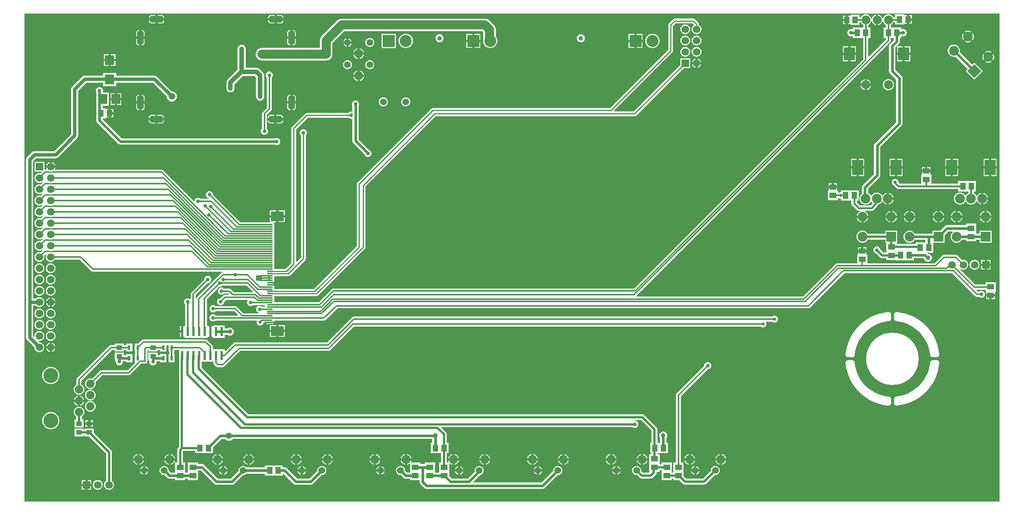
<source format=gbl>
G04*
G04 #@! TF.GenerationSoftware,Altium Limited,Altium Designer,21.5.1 (32)*
G04*
G04 Layer_Physical_Order=2*
G04 Layer_Color=16711680*
%FSLAX25Y25*%
%MOIN*%
G70*
G04*
G04 #@! TF.SameCoordinates,D9A27908-B339-4E15-AEEB-BE0A6D91D8F4*
G04*
G04*
G04 #@! TF.FilePolarity,Positive*
G04*
G01*
G75*
%ADD11C,0.01000*%
%ADD17C,0.07874*%
%ADD69R,0.05906X0.05118*%
%ADD73R,0.05118X0.05906*%
%ADD81R,0.07874X0.08661*%
%ADD95R,0.08465X0.08661*%
%ADD97C,0.01181*%
%ADD98C,0.02362*%
%ADD99C,0.01968*%
%ADD100C,0.03150*%
%ADD101C,0.00906*%
%ADD102C,0.03937*%
%ADD104R,0.06693X0.06693*%
%ADD105C,0.06693*%
%ADD106C,0.13189*%
%ADD107C,0.07400*%
%ADD108C,0.05906*%
%ADD109C,0.07874*%
%ADD110R,0.08661X0.08661*%
%ADD111C,0.08661*%
%ADD112C,0.06000*%
%ADD113C,0.08000*%
%ADD114P,0.12249X4X180.0*%
%ADD115R,0.10630X0.10630*%
%ADD116C,0.10630*%
%ADD117R,0.09843X0.13780*%
%ADD118C,0.05965*%
%ADD119R,0.06693X0.06693*%
%ADD120R,0.09843X0.11811*%
%ADD121C,0.19685*%
G04:AMPARAMS|DCode=122|XSize=118.11mil|YSize=59.06mil|CornerRadius=14.76mil|HoleSize=0mil|Usage=FLASHONLY|Rotation=0.000|XOffset=0mil|YOffset=0mil|HoleType=Round|Shape=RoundedRectangle|*
%AMROUNDEDRECTD122*
21,1,0.11811,0.02953,0,0,0.0*
21,1,0.08858,0.05906,0,0,0.0*
1,1,0.02953,0.04429,-0.01476*
1,1,0.02953,-0.04429,-0.01476*
1,1,0.02953,-0.04429,0.01476*
1,1,0.02953,0.04429,0.01476*
%
%ADD122ROUNDEDRECTD122*%
G04:AMPARAMS|DCode=123|XSize=118.11mil|YSize=59.06mil|CornerRadius=14.76mil|HoleSize=0mil|Usage=FLASHONLY|Rotation=90.000|XOffset=0mil|YOffset=0mil|HoleType=Round|Shape=RoundedRectangle|*
%AMROUNDEDRECTD123*
21,1,0.11811,0.02953,0,0,90.0*
21,1,0.08858,0.05906,0,0,90.0*
1,1,0.02953,0.01476,0.04429*
1,1,0.02953,0.01476,-0.04429*
1,1,0.02953,-0.01476,-0.04429*
1,1,0.02953,-0.01476,0.04429*
%
%ADD123ROUNDEDRECTD123*%
%ADD124C,0.03937*%
%ADD125C,0.03150*%
%ADD126C,0.05512*%
%ADD127C,0.02756*%
%ADD128C,0.11811*%
%ADD129R,0.11811X0.08661*%
%ADD130R,0.05118X0.01181*%
%ADD131R,0.04921X0.03937*%
%ADD132R,0.02362X0.03937*%
%ADD133R,0.02362X0.07874*%
%ADD134C,0.01378*%
%ADD135C,0.01575*%
%ADD136R,0.05709X0.05118*%
G36*
X864937Y-433835D02*
X1204D01*
X1204Y-1204D01*
X864936D01*
X864937Y-433835D01*
D02*
G37*
%LPC*%
G36*
X228248Y-2515D02*
X224803D01*
Y-5315D01*
X230556D01*
Y-4823D01*
X230381Y-3940D01*
X229880Y-3191D01*
X229131Y-2690D01*
X228248Y-2515D01*
D02*
G37*
G36*
X222835D02*
X219390D01*
X218507Y-2690D01*
X217758Y-3191D01*
X217257Y-3940D01*
X217082Y-4823D01*
Y-5315D01*
X222835D01*
Y-2515D01*
D02*
G37*
G36*
X122736D02*
X119291D01*
Y-5315D01*
X125044D01*
Y-4823D01*
X124869Y-3940D01*
X124368Y-3191D01*
X123619Y-2690D01*
X122736Y-2515D01*
D02*
G37*
G36*
X117323D02*
X113878D01*
X112995Y-2690D01*
X112246Y-3191D01*
X111746Y-3940D01*
X111570Y-4823D01*
Y-5315D01*
X117323D01*
Y-2515D01*
D02*
G37*
G36*
X784798Y-2804D02*
Y-5559D01*
X787160D01*
Y-2804D01*
X784798D01*
D02*
G37*
G36*
X766453Y-1964D02*
X765168Y-2133D01*
X763971Y-2629D01*
X762943Y-3418D01*
X762154Y-4446D01*
X761658Y-5643D01*
X761651Y-5695D01*
X761056D01*
X761056Y-5694D01*
X760579Y-4545D01*
X759822Y-3558D01*
X758835Y-2801D01*
X757686Y-2325D01*
X757437Y-2292D01*
Y-6928D01*
Y-11563D01*
X757686Y-11530D01*
X758835Y-11054D01*
X759822Y-10297D01*
X760579Y-9310D01*
X761056Y-8161D01*
X761056Y-8160D01*
X761651D01*
X761658Y-8212D01*
X762154Y-9409D01*
X762943Y-10437D01*
X763971Y-11226D01*
X764245Y-11340D01*
Y-13827D01*
X762358D01*
Y-22882D01*
X764284D01*
Y-24330D01*
X749167Y-39448D01*
X748621Y-39222D01*
Y-22882D01*
X750547D01*
Y-13827D01*
X748661D01*
Y-11340D01*
X748935Y-11226D01*
X749963Y-10437D01*
X750751Y-9409D01*
X751247Y-8212D01*
X751254Y-8160D01*
X751850D01*
X751850Y-8161D01*
X752326Y-9310D01*
X753083Y-10297D01*
X754070Y-11054D01*
X755219Y-11530D01*
X755469Y-11563D01*
Y-6928D01*
Y-2292D01*
X755219Y-2325D01*
X754070Y-2801D01*
X753083Y-3558D01*
X752326Y-4545D01*
X751850Y-5694D01*
X751850Y-5695D01*
X751254D01*
X751247Y-5643D01*
X750751Y-4446D01*
X749963Y-3418D01*
X748935Y-2629D01*
X747738Y-2133D01*
X746453Y-1964D01*
X745168Y-2133D01*
X743971Y-2629D01*
X742943Y-3418D01*
X742154Y-4446D01*
X742040Y-4720D01*
X741100D01*
Y-2410D01*
X732832D01*
Y-2607D01*
X732832Y-3197D01*
X732241Y-3197D01*
X730470D01*
Y-6937D01*
Y-10678D01*
X732832Y-10678D01*
X732832Y-11268D01*
Y-11465D01*
X741100D01*
Y-9135D01*
X742040D01*
X742154Y-9409D01*
X742943Y-10437D01*
X743971Y-11226D01*
X744245Y-11340D01*
Y-13827D01*
X734799D01*
Y-14959D01*
X734209Y-15353D01*
X734047Y-15286D01*
X733224Y-15178D01*
X732402Y-15286D01*
X731636Y-15604D01*
X730978Y-16108D01*
X730473Y-16766D01*
X730156Y-17533D01*
X730048Y-18355D01*
X730156Y-19177D01*
X730473Y-19943D01*
X730978Y-20601D01*
X731636Y-21106D01*
X732402Y-21423D01*
X733224Y-21531D01*
X734047Y-21423D01*
X734209Y-21356D01*
X734799Y-21751D01*
Y-22882D01*
X744206D01*
Y-41903D01*
X541222Y-244887D01*
X274952D01*
X274108Y-245055D01*
X273391Y-245534D01*
X261841Y-257084D01*
X222638D01*
Y-251564D01*
X260000D01*
X260809Y-251403D01*
X261496Y-250945D01*
X302677Y-209764D01*
X303135Y-209077D01*
X303296Y-208268D01*
Y-154420D01*
X365443Y-92273D01*
X541695D01*
X542505Y-92112D01*
X543191Y-91653D01*
X585238Y-49606D01*
X590907D01*
Y-40945D01*
X582246D01*
Y-46615D01*
X540819Y-88042D01*
X523595D01*
X523369Y-87496D01*
X575118Y-35748D01*
X575576Y-35061D01*
X575737Y-34252D01*
Y-12294D01*
X578042Y-9990D01*
X592825D01*
X594039Y-11204D01*
X594001Y-11794D01*
X593488Y-12187D01*
X592794Y-13092D01*
X592358Y-14145D01*
X592209Y-15276D01*
X592358Y-16406D01*
X592794Y-17460D01*
X593488Y-18364D01*
X594393Y-19058D01*
X595446Y-19495D01*
X596577Y-19644D01*
X597707Y-19495D01*
X598761Y-19058D01*
X599665Y-18364D01*
X600360Y-17460D01*
X600796Y-16406D01*
X600945Y-15276D01*
X600796Y-14145D01*
X600360Y-13092D01*
X599665Y-12187D01*
X598761Y-11493D01*
X598692Y-11464D01*
Y-10750D01*
X598531Y-9940D01*
X598073Y-9254D01*
X595197Y-6378D01*
X594510Y-5920D01*
X593701Y-5759D01*
X577165D01*
X576356Y-5920D01*
X575669Y-6378D01*
X572126Y-9922D01*
X571668Y-10608D01*
X571507Y-11417D01*
Y-33376D01*
X519990Y-84892D01*
X362992D01*
X362183Y-85053D01*
X361496Y-85512D01*
X296142Y-150866D01*
X295683Y-151553D01*
X295522Y-152362D01*
Y-207392D01*
X257549Y-245365D01*
X222638D01*
Y-241378D01*
X221850D01*
Y-239803D01*
X222638D01*
Y-237835D01*
Y-233848D01*
X235000D01*
X235809Y-233687D01*
X236496Y-233228D01*
X249823Y-219901D01*
X250281Y-219215D01*
X250442Y-218406D01*
Y-109335D01*
X250573Y-109234D01*
X251078Y-108577D01*
X251395Y-107810D01*
X251504Y-106988D01*
X251395Y-106166D01*
X251078Y-105400D01*
X250573Y-104742D01*
X249915Y-104237D01*
X249149Y-103920D01*
X248327Y-103811D01*
X247505Y-103920D01*
X246738Y-104237D01*
X246080Y-104742D01*
X245576Y-105400D01*
X245258Y-106166D01*
X245150Y-106988D01*
X245258Y-107810D01*
X245576Y-108577D01*
X246080Y-109234D01*
X246211Y-109335D01*
Y-217529D01*
X242425Y-221316D01*
X241879Y-221090D01*
Y-104026D01*
X252311Y-93594D01*
X288272D01*
X288920Y-94092D01*
X289687Y-94409D01*
X290509Y-94518D01*
X291118Y-94437D01*
X291708Y-94822D01*
Y-114173D01*
X291803Y-114893D01*
X292081Y-115563D01*
X292523Y-116139D01*
X302472Y-126088D01*
X302761Y-126785D01*
X303266Y-127443D01*
X303923Y-127948D01*
X304690Y-128265D01*
X305512Y-128374D01*
X306334Y-128265D01*
X307100Y-127948D01*
X307758Y-127443D01*
X308263Y-126785D01*
X308580Y-126019D01*
X308689Y-125197D01*
X308580Y-124375D01*
X308263Y-123609D01*
X307758Y-122950D01*
X307100Y-122446D01*
X306403Y-122157D01*
X297268Y-113022D01*
Y-83016D01*
X297557Y-82318D01*
X297665Y-81496D01*
X297557Y-80674D01*
X297239Y-79908D01*
X296734Y-79250D01*
X296077Y-78745D01*
X295310Y-78427D01*
X294488Y-78319D01*
X293666Y-78427D01*
X292900Y-78745D01*
X292242Y-79250D01*
X291737Y-79908D01*
X291420Y-80674D01*
X291311Y-81496D01*
X291420Y-82318D01*
X291708Y-83016D01*
Y-87860D01*
X291118Y-88244D01*
X290509Y-88164D01*
X289687Y-88272D01*
X288920Y-88590D01*
X288263Y-89095D01*
X288056Y-89363D01*
X251434D01*
X250625Y-89525D01*
X249939Y-89983D01*
X238268Y-101654D01*
X237809Y-102340D01*
X237648Y-103150D01*
Y-222450D01*
X232451Y-227648D01*
X222638D01*
Y-223661D01*
Y-220118D01*
Y-216181D01*
Y-211850D01*
Y-208307D01*
Y-204370D01*
Y-200039D01*
Y-194527D01*
Y-190591D01*
X222638Y-186260D01*
X223147Y-186063D01*
X224410D01*
Y-181929D01*
X218701D01*
Y-185654D01*
X218542Y-186110D01*
X218174Y-186217D01*
X192647D01*
X168289Y-161859D01*
X168295Y-161811D01*
X168187Y-160989D01*
X167869Y-160223D01*
X167364Y-159565D01*
X166707Y-159060D01*
X165940Y-158742D01*
X165118Y-158634D01*
X164296Y-158742D01*
X163530Y-159060D01*
X162872Y-159565D01*
X162367Y-160223D01*
X162050Y-160989D01*
X161941Y-161811D01*
X162050Y-162633D01*
X162367Y-163399D01*
X162872Y-164057D01*
X163530Y-164562D01*
X164296Y-164880D01*
X164590Y-164918D01*
X164551Y-165509D01*
X157158D01*
X157128Y-165470D01*
X156470Y-164965D01*
X155704Y-164648D01*
X154882Y-164540D01*
X154060Y-164648D01*
X153294Y-164965D01*
X152636Y-165470D01*
X152131Y-166128D01*
X151813Y-166894D01*
X151773Y-167200D01*
X151150Y-167412D01*
X124013Y-140275D01*
X123297Y-139797D01*
X122452Y-139629D01*
X28361Y-139629D01*
X28282Y-139468D01*
X28130Y-139038D01*
X28527Y-138079D01*
X28540Y-137984D01*
X20460D01*
X20473Y-138079D01*
X20827Y-138934D01*
X20557Y-139524D01*
X19768D01*
X19421Y-139593D01*
X18831Y-139109D01*
Y-132669D01*
X10169D01*
Y-141331D01*
X16275D01*
X16501Y-141876D01*
X15601Y-142777D01*
X14500Y-142632D01*
X13370Y-142781D01*
X12316Y-143217D01*
X11411Y-143911D01*
X10717Y-144816D01*
X10281Y-145870D01*
X10132Y-147000D01*
X10281Y-148131D01*
X10717Y-149184D01*
X11411Y-150089D01*
X12316Y-150783D01*
X13370Y-151219D01*
X14500Y-151368D01*
X15631Y-151219D01*
X16684Y-150783D01*
X17009Y-150533D01*
X17400Y-150978D01*
X15601Y-152777D01*
X14500Y-152632D01*
X13370Y-152781D01*
X12316Y-153217D01*
X11411Y-153911D01*
X10717Y-154816D01*
X10281Y-155869D01*
X10132Y-157000D01*
X10281Y-158131D01*
X10717Y-159184D01*
X11411Y-160089D01*
X12316Y-160783D01*
X13370Y-161219D01*
X14500Y-161368D01*
X15631Y-161219D01*
X16684Y-160783D01*
X17009Y-160533D01*
X17400Y-160978D01*
X15601Y-162777D01*
X14500Y-162632D01*
X13370Y-162781D01*
X12316Y-163217D01*
X11411Y-163911D01*
X10717Y-164816D01*
X10281Y-165869D01*
X10132Y-167000D01*
X10281Y-168131D01*
X10717Y-169184D01*
X11411Y-170089D01*
X12316Y-170783D01*
X13370Y-171219D01*
X14500Y-171368D01*
X15631Y-171219D01*
X16684Y-170783D01*
X17009Y-170533D01*
X17400Y-170978D01*
X15601Y-172777D01*
X14500Y-172632D01*
X13370Y-172781D01*
X12316Y-173217D01*
X11411Y-173911D01*
X10717Y-174816D01*
X10281Y-175870D01*
X10132Y-177000D01*
X10281Y-178130D01*
X10717Y-179184D01*
X11411Y-180089D01*
X12316Y-180783D01*
X13370Y-181219D01*
X14500Y-181368D01*
X15631Y-181219D01*
X16684Y-180783D01*
X17009Y-180533D01*
X17400Y-180978D01*
X15601Y-182777D01*
X14500Y-182632D01*
X13370Y-182781D01*
X12316Y-183217D01*
X11411Y-183911D01*
X10717Y-184816D01*
X10281Y-185870D01*
X10132Y-187000D01*
X10281Y-188130D01*
X10717Y-189184D01*
X11411Y-190089D01*
X12316Y-190783D01*
X13370Y-191219D01*
X14500Y-191368D01*
X15631Y-191219D01*
X16684Y-190783D01*
X17009Y-190533D01*
X17400Y-190978D01*
X15601Y-192777D01*
X14500Y-192632D01*
X13370Y-192781D01*
X12316Y-193217D01*
X11411Y-193911D01*
X10717Y-194816D01*
X10281Y-195870D01*
X10132Y-197000D01*
X10281Y-198131D01*
X10717Y-199184D01*
X11411Y-200089D01*
X12316Y-200783D01*
X13370Y-201219D01*
X14500Y-201368D01*
X15631Y-201219D01*
X16684Y-200783D01*
X17009Y-200533D01*
X17400Y-200978D01*
X15601Y-202777D01*
X14500Y-202632D01*
X13370Y-202781D01*
X12316Y-203217D01*
X11411Y-203911D01*
X10717Y-204816D01*
X10281Y-205870D01*
X10132Y-207000D01*
X10281Y-208131D01*
X10717Y-209184D01*
X11411Y-210089D01*
X12316Y-210783D01*
X13370Y-211219D01*
X14500Y-211368D01*
X15631Y-211219D01*
X16684Y-210783D01*
X17009Y-210533D01*
X17400Y-210978D01*
X15601Y-212777D01*
X14500Y-212632D01*
X13370Y-212781D01*
X12316Y-213217D01*
X11411Y-213911D01*
X10717Y-214816D01*
X10281Y-215869D01*
X10132Y-217000D01*
X10281Y-218130D01*
X10717Y-219184D01*
X11411Y-220089D01*
X12316Y-220783D01*
X13370Y-221219D01*
X14500Y-221368D01*
X15631Y-221219D01*
X16684Y-220783D01*
X17589Y-220089D01*
X18283Y-219184D01*
X18719Y-218130D01*
X18868Y-217000D01*
X18723Y-215899D01*
X20034Y-214588D01*
X20163Y-214610D01*
X20530Y-215269D01*
X20281Y-215869D01*
X20132Y-217000D01*
X20281Y-218130D01*
X20717Y-219184D01*
X21411Y-220089D01*
X22316Y-220783D01*
X23370Y-221219D01*
X24500Y-221368D01*
X25631Y-221219D01*
X26684Y-220783D01*
X27589Y-220089D01*
X28188Y-219308D01*
X50060D01*
X60179Y-229427D01*
X60928Y-229928D01*
X61811Y-230103D01*
X61811Y-230103D01*
X176138D01*
X176220Y-230343D01*
X176236Y-230694D01*
X175604Y-231116D01*
X154207Y-252514D01*
X153728Y-253230D01*
X153560Y-254075D01*
X152975Y-254060D01*
Y-250737D01*
X163633Y-240080D01*
X163681Y-240086D01*
X164503Y-239978D01*
X165269Y-239661D01*
X165927Y-239156D01*
X166432Y-238498D01*
X166750Y-237732D01*
X166858Y-236910D01*
X166750Y-236087D01*
X166432Y-235321D01*
X165927Y-234663D01*
X165269Y-234158D01*
X164503Y-233841D01*
X163681Y-233733D01*
X162859Y-233841D01*
X162093Y-234158D01*
X161435Y-234663D01*
X160930Y-235321D01*
X160613Y-236087D01*
X160504Y-236910D01*
X160511Y-236958D01*
X149207Y-248262D01*
X148728Y-248978D01*
X148560Y-249823D01*
Y-254199D01*
X147969Y-254367D01*
X147415Y-253942D01*
X146649Y-253624D01*
X145827Y-253516D01*
X145005Y-253624D01*
X144238Y-253942D01*
X143580Y-254447D01*
X143076Y-255104D01*
X142758Y-255871D01*
X142650Y-256693D01*
X142758Y-257515D01*
X143076Y-258281D01*
X143580Y-258939D01*
X143589Y-258946D01*
Y-277559D01*
X143169D01*
Y-277870D01*
X142894Y-278346D01*
X142579Y-278346D01*
X141909D01*
Y-283071D01*
Y-287795D01*
X142579D01*
X142894Y-287795D01*
X143169Y-288272D01*
Y-288583D01*
X163681D01*
Y-288272D01*
X163957Y-287795D01*
X164272Y-287795D01*
X164941D01*
Y-283071D01*
Y-278346D01*
X164272D01*
X163957Y-278346D01*
X163681Y-277870D01*
Y-277559D01*
X162976D01*
Y-254478D01*
X174125Y-243328D01*
X174173Y-243334D01*
X174995Y-243226D01*
X175762Y-242909D01*
X176420Y-242404D01*
X176449Y-242365D01*
X198062D01*
X203447Y-247750D01*
X203221Y-248295D01*
X186933D01*
X184320Y-245683D01*
X183604Y-245204D01*
X182759Y-245036D01*
X178024D01*
X177994Y-244998D01*
X177336Y-244493D01*
X176570Y-244176D01*
X175748Y-244067D01*
X174926Y-244176D01*
X174160Y-244493D01*
X173502Y-244998D01*
X172997Y-245656D01*
X172679Y-246422D01*
X172571Y-247244D01*
X172679Y-248066D01*
X172997Y-248833D01*
X173502Y-249490D01*
X174160Y-249995D01*
X174926Y-250313D01*
X175748Y-250421D01*
X176570Y-250313D01*
X177336Y-249995D01*
X177994Y-249490D01*
X178024Y-249452D01*
X181844D01*
X182297Y-249904D01*
X182071Y-250450D01*
X178996D01*
X178151Y-250618D01*
X177435Y-251096D01*
X175009Y-253522D01*
X174961Y-253516D01*
X174138Y-253624D01*
X173372Y-253942D01*
X172714Y-254447D01*
X172210Y-255104D01*
X171892Y-255871D01*
X171784Y-256693D01*
X171892Y-257515D01*
X172210Y-258281D01*
X172714Y-258939D01*
X173372Y-259444D01*
X174138Y-259761D01*
X174961Y-259870D01*
X175783Y-259761D01*
X176549Y-259444D01*
X177207Y-258939D01*
X177712Y-258281D01*
X178029Y-257515D01*
X178137Y-256693D01*
X178131Y-256645D01*
X179911Y-254865D01*
X198746D01*
X199037Y-255456D01*
X198824Y-255734D01*
X198506Y-256501D01*
X198398Y-257323D01*
X198506Y-258145D01*
X198824Y-258911D01*
X199328Y-259569D01*
X199986Y-260074D01*
X200753Y-260391D01*
X201575Y-260500D01*
X202397Y-260391D01*
X203163Y-260074D01*
X203821Y-259569D01*
X203851Y-259531D01*
X214370D01*
Y-261021D01*
X211879D01*
X211273Y-260556D01*
X210507Y-260239D01*
X209685Y-260130D01*
X208863Y-260239D01*
X208097Y-260556D01*
X207439Y-261061D01*
X206934Y-261719D01*
X206616Y-262485D01*
X206508Y-263307D01*
X206616Y-264129D01*
X206934Y-264896D01*
X207439Y-265553D01*
X208097Y-266058D01*
X208863Y-266376D01*
X208725Y-266926D01*
X195344D01*
X189652Y-261234D01*
X188935Y-260756D01*
X188091Y-260588D01*
X170583D01*
X170553Y-260549D01*
X169896Y-260044D01*
X169129Y-259727D01*
X168307Y-259618D01*
X167485Y-259727D01*
X166719Y-260044D01*
X166061Y-260549D01*
X165556Y-261207D01*
X165239Y-261973D01*
X165130Y-262795D01*
X165239Y-263617D01*
X165556Y-264384D01*
X166061Y-265042D01*
X166719Y-265546D01*
X167485Y-265864D01*
X168307Y-265972D01*
X169129Y-265864D01*
X169896Y-265546D01*
X170553Y-265042D01*
X170583Y-265003D01*
X187176D01*
X190522Y-268349D01*
X190296Y-268895D01*
X170725D01*
X170514Y-268620D01*
X169856Y-268115D01*
X169090Y-267798D01*
X168268Y-267689D01*
X167446Y-267798D01*
X166679Y-268115D01*
X166021Y-268620D01*
X165516Y-269278D01*
X165199Y-270044D01*
X165091Y-270866D01*
X165199Y-271688D01*
X165516Y-272455D01*
X166021Y-273113D01*
X166679Y-273617D01*
X167446Y-273935D01*
X168268Y-274043D01*
X169090Y-273935D01*
X169856Y-273617D01*
X170256Y-273310D01*
X206783D01*
X207178Y-273901D01*
X207123Y-274032D01*
X207022Y-274803D01*
X207123Y-275574D01*
X207421Y-276292D01*
X207894Y-276909D01*
X208511Y-277382D01*
X209229Y-277680D01*
X210000Y-277781D01*
X210771Y-277680D01*
X211489Y-277382D01*
X212106Y-276909D01*
X212579Y-276292D01*
X212877Y-275574D01*
X212916Y-275279D01*
X215158D01*
Y-276417D01*
X221850D01*
Y-275236D01*
X222638D01*
Y-273310D01*
X266693D01*
X267538Y-273142D01*
X268254Y-272663D01*
X278473Y-262444D01*
X306850D01*
X686221Y-262444D01*
X695669D01*
X696514Y-262276D01*
X697230Y-261797D01*
X727686Y-231342D01*
X823101D01*
X843321Y-251561D01*
X844037Y-252040D01*
X844882Y-252208D01*
X846543D01*
X846573Y-252246D01*
X847231Y-252751D01*
X847997Y-253068D01*
X848819Y-253177D01*
X849641Y-253068D01*
X850407Y-252751D01*
X851065Y-252246D01*
X851570Y-251588D01*
X851887Y-250822D01*
X851996Y-250000D01*
X851887Y-249178D01*
X851570Y-248412D01*
X851065Y-247754D01*
X850407Y-247249D01*
X849641Y-246932D01*
X848819Y-246823D01*
X847997Y-246932D01*
X847231Y-247249D01*
X846573Y-247754D01*
X846543Y-247792D01*
X845796D01*
X844458Y-246454D01*
X844684Y-245909D01*
X852559D01*
Y-247637D01*
X852756D01*
X853347Y-247637D01*
X853347Y-248227D01*
Y-249999D01*
X857087D01*
X860827D01*
X860827Y-247637D01*
X861417Y-247637D01*
X861614D01*
Y-239369D01*
X852559D01*
Y-241493D01*
X843533D01*
X829896Y-227856D01*
X830286Y-227411D01*
X830611Y-227661D01*
X831665Y-228097D01*
X832795Y-228246D01*
X833926Y-228097D01*
X834979Y-227661D01*
X835884Y-226967D01*
X836578Y-226062D01*
X837014Y-225009D01*
X837163Y-223878D01*
X837014Y-222747D01*
X836578Y-221694D01*
X835884Y-220789D01*
X834979Y-220095D01*
X833926Y-219659D01*
X832795Y-219510D01*
X831694Y-219655D01*
X827801Y-215762D01*
X827085Y-215283D01*
X826240Y-215115D01*
X815748D01*
X814903Y-215283D01*
X814187Y-215762D01*
X807353Y-222595D01*
X747835D01*
Y-214962D01*
X747638D01*
X747047Y-214962D01*
X747047Y-214371D01*
Y-212600D01*
X743307D01*
X739567D01*
X739567Y-214962D01*
X738976Y-214962D01*
X738779D01*
Y-222595D01*
X721260D01*
X720415Y-222763D01*
X719699Y-223242D01*
X690818Y-252123D01*
X688189D01*
X543571Y-252123D01*
X543327Y-251532D01*
X768053Y-26806D01*
X768532Y-26089D01*
X768700Y-25245D01*
Y-22882D01*
X771193D01*
Y-24881D01*
X767873Y-28200D01*
X767431Y-28776D01*
X767154Y-29446D01*
X767059Y-30166D01*
Y-52213D01*
X767154Y-52932D01*
X767431Y-53603D01*
X767873Y-54179D01*
X773358Y-59664D01*
Y-97518D01*
X754487Y-116389D01*
X754045Y-116965D01*
X753768Y-117635D01*
X753673Y-118355D01*
Y-143577D01*
X743798Y-153452D01*
X743357Y-154027D01*
X743079Y-154698D01*
X742984Y-155417D01*
Y-161136D01*
X742607Y-161426D01*
X741755Y-162536D01*
X741220Y-163829D01*
X741037Y-165217D01*
X741220Y-166604D01*
X741755Y-167897D01*
X742607Y-169007D01*
X743717Y-169859D01*
X745010Y-170395D01*
X746398Y-170577D01*
X747785Y-170395D01*
X749078Y-169859D01*
X750188Y-169007D01*
X750987Y-167966D01*
X751319Y-167929D01*
X751651Y-167966D01*
X752450Y-169007D01*
X752217Y-169573D01*
X750577Y-171214D01*
X741155D01*
X738586Y-168644D01*
Y-166977D01*
X740311D01*
Y-157922D01*
X724563D01*
Y-159126D01*
X724169Y-159471D01*
X723398Y-159573D01*
X722680Y-159870D01*
X722441Y-160054D01*
X721850Y-159762D01*
Y-158269D01*
X721654D01*
X721063Y-158269D01*
X721063Y-157678D01*
Y-155907D01*
X717323D01*
X713583D01*
X713583Y-158269D01*
X712992Y-158269D01*
X712795D01*
Y-166537D01*
X721850D01*
Y-165136D01*
X722441Y-164845D01*
X722680Y-165028D01*
X723398Y-165326D01*
X724169Y-165427D01*
X724563Y-165773D01*
Y-166977D01*
X733769D01*
Y-169642D01*
X733952Y-170563D01*
X734474Y-171345D01*
X738454Y-175325D01*
X739236Y-175847D01*
X740158Y-176031D01*
X741306D01*
X741423Y-176621D01*
X740922Y-176829D01*
X739853Y-177649D01*
X739033Y-178718D01*
X738517Y-179963D01*
X738471Y-180315D01*
X743504D01*
X748536D01*
X748490Y-179963D01*
X747974Y-178718D01*
X747154Y-177649D01*
X746085Y-176829D01*
X745584Y-176621D01*
X745701Y-176031D01*
X751575D01*
X752496Y-175847D01*
X753278Y-175325D01*
X756738Y-171865D01*
X757260Y-171084D01*
X757391Y-170426D01*
X757628Y-170395D01*
X758921Y-169859D01*
X760031Y-169007D01*
X760883Y-167897D01*
X760973Y-167680D01*
X761563Y-167680D01*
X761612Y-167798D01*
X762432Y-168867D01*
X763502Y-169687D01*
X764747Y-170203D01*
X765098Y-170249D01*
Y-165217D01*
Y-160184D01*
X764747Y-160230D01*
X763502Y-160746D01*
X762432Y-161566D01*
X761612Y-162635D01*
X761563Y-162753D01*
X760973Y-162753D01*
X760883Y-162536D01*
X760031Y-161426D01*
X758921Y-160574D01*
X757628Y-160038D01*
X756240Y-159856D01*
X754853Y-160038D01*
X753560Y-160574D01*
X752450Y-161426D01*
X751651Y-162467D01*
X751319Y-162504D01*
X750987Y-162467D01*
X750188Y-161426D01*
X749078Y-160574D01*
X748544Y-160353D01*
Y-156569D01*
X758418Y-146694D01*
X758860Y-146118D01*
X759138Y-145448D01*
X759232Y-144728D01*
Y-119506D01*
X778103Y-100635D01*
X778545Y-100059D01*
X778823Y-99389D01*
X778918Y-98670D01*
Y-58512D01*
X778823Y-57793D01*
X778545Y-57122D01*
X778103Y-56547D01*
X772618Y-51062D01*
Y-31317D01*
X773829Y-30107D01*
X774366Y-30404D01*
X774366Y-30755D01*
Y-35943D01*
X779090D01*
Y-30235D01*
X774928D01*
X774536Y-30235D01*
X774238Y-29697D01*
X775938Y-27997D01*
X776380Y-27422D01*
X776657Y-26751D01*
X776752Y-26032D01*
Y-22882D01*
X778106D01*
Y-21751D01*
X778697Y-21356D01*
X778859Y-21423D01*
X779681Y-21531D01*
X780503Y-21423D01*
X781270Y-21106D01*
X781927Y-20601D01*
X782432Y-19943D01*
X782750Y-19177D01*
X782858Y-18355D01*
X782750Y-17533D01*
X782432Y-16766D01*
X781927Y-16108D01*
X781270Y-15604D01*
X780503Y-15286D01*
X779681Y-15178D01*
X778859Y-15286D01*
X778697Y-15353D01*
X778106Y-14959D01*
Y-13827D01*
X768660D01*
Y-11340D01*
X768935Y-11226D01*
X769963Y-10437D01*
X770751Y-9409D01*
X770865Y-9135D01*
X772200D01*
Y-11071D01*
X780467D01*
Y-10874D01*
X780467Y-10284D01*
X781058Y-10284D01*
X782830D01*
Y-6544D01*
Y-2804D01*
X780467Y-2803D01*
X780467Y-2213D01*
Y-2016D01*
X772200D01*
Y-4720D01*
X770865D01*
X770751Y-4446D01*
X769963Y-3418D01*
X768935Y-2629D01*
X767737Y-2133D01*
X766453Y-1964D01*
D02*
G37*
G36*
X728501Y-3197D02*
X726139D01*
Y-5953D01*
X728501D01*
Y-3197D01*
D02*
G37*
G36*
X230556Y-7283D02*
X224803D01*
Y-10084D01*
X228248D01*
X229131Y-9908D01*
X229880Y-9408D01*
X230381Y-8659D01*
X230556Y-7776D01*
Y-7283D01*
D02*
G37*
G36*
X222835D02*
X217082D01*
Y-7776D01*
X217257Y-8659D01*
X217758Y-9408D01*
X218507Y-9908D01*
X219390Y-10084D01*
X222835D01*
Y-7283D01*
D02*
G37*
G36*
X125044D02*
X119291D01*
Y-10084D01*
X122736D01*
X123619Y-9908D01*
X124368Y-9408D01*
X124869Y-8659D01*
X125044Y-7776D01*
Y-7283D01*
D02*
G37*
G36*
X117323D02*
X111570D01*
Y-7776D01*
X111746Y-8659D01*
X112246Y-9408D01*
X112995Y-9908D01*
X113878Y-10084D01*
X117323D01*
Y-7283D01*
D02*
G37*
G36*
X787160Y-7528D02*
X784798D01*
Y-10284D01*
X787160D01*
Y-7528D01*
D02*
G37*
G36*
X728501Y-7922D02*
X726139D01*
Y-10678D01*
X728501D01*
Y-7922D01*
D02*
G37*
G36*
X586577Y-10908D02*
X585446Y-11056D01*
X584393Y-11493D01*
X583488Y-12187D01*
X582794Y-13092D01*
X582358Y-14145D01*
X582209Y-15276D01*
X582358Y-16406D01*
X582794Y-17460D01*
X583488Y-18364D01*
X584393Y-19058D01*
X585446Y-19495D01*
X586577Y-19644D01*
X587707Y-19495D01*
X588761Y-19058D01*
X589666Y-18364D01*
X590360Y-17460D01*
X590796Y-16406D01*
X590945Y-15276D01*
X590796Y-14145D01*
X590360Y-13092D01*
X589666Y-12187D01*
X588761Y-11493D01*
X587707Y-11056D01*
X586577Y-10908D01*
D02*
G37*
G36*
X836980Y-16534D02*
X835643Y-16710D01*
X834398Y-17226D01*
X834117Y-17442D01*
X836980Y-20304D01*
X839842Y-17442D01*
X839561Y-17226D01*
X838316Y-16710D01*
X836980Y-16534D01*
D02*
G37*
G36*
X105413Y-15901D02*
X104921D01*
Y-21654D01*
X107721D01*
Y-18209D01*
X107546Y-17325D01*
X107045Y-16577D01*
X106297Y-16076D01*
X105413Y-15901D01*
D02*
G37*
G36*
X102953D02*
X102461D01*
X101577Y-16076D01*
X100829Y-16577D01*
X100328Y-17325D01*
X100153Y-18209D01*
Y-21654D01*
X102953D01*
Y-15901D01*
D02*
G37*
G36*
X239272D02*
X238779D01*
Y-21654D01*
X241580D01*
Y-18209D01*
X241404Y-17325D01*
X240904Y-16577D01*
X240155Y-16076D01*
X239272Y-15901D01*
D02*
G37*
G36*
X236811D02*
X236319D01*
X235436Y-16076D01*
X234687Y-16577D01*
X234187Y-17325D01*
X234011Y-18209D01*
Y-21654D01*
X236811D01*
Y-15901D01*
D02*
G37*
G36*
X832725Y-18834D02*
X832509Y-19115D01*
X831993Y-20360D01*
X831817Y-21696D01*
X831993Y-23032D01*
X832509Y-24277D01*
X832725Y-24559D01*
X835588Y-21696D01*
X832725Y-18834D01*
D02*
G37*
G36*
X841234Y-18834D02*
X838371Y-21696D01*
X841234Y-24559D01*
X841450Y-24277D01*
X841966Y-23032D01*
X842142Y-21696D01*
X841966Y-20360D01*
X841450Y-19115D01*
X841234Y-18834D01*
D02*
G37*
G36*
X548602Y-19488D02*
X543484D01*
Y-24606D01*
X548602D01*
Y-19488D01*
D02*
G37*
G36*
X541516D02*
X536398D01*
Y-24606D01*
X541516D01*
Y-19488D01*
D02*
G37*
G36*
X404902D02*
X399783D01*
Y-24606D01*
X404902D01*
Y-19488D01*
D02*
G37*
G36*
X397815D02*
X392697D01*
Y-24606D01*
X397815D01*
Y-19488D01*
D02*
G37*
G36*
X288425Y-23328D02*
Y-25984D01*
X291082D01*
X290708Y-25082D01*
X290108Y-24301D01*
X289327Y-23701D01*
X288425Y-23328D01*
D02*
G37*
G36*
X286457Y-23328D02*
X285555Y-23701D01*
X284773Y-24301D01*
X284174Y-25082D01*
X283800Y-25984D01*
X286457D01*
Y-23328D01*
D02*
G37*
G36*
X494095Y-19655D02*
X493169Y-19776D01*
X492308Y-20133D01*
X491567Y-20701D01*
X490999Y-21441D01*
X490642Y-22303D01*
X490521Y-23228D01*
X490642Y-24153D01*
X490999Y-25015D01*
X491567Y-25756D01*
X492308Y-26323D01*
X493169Y-26680D01*
X494095Y-26802D01*
X495019Y-26680D01*
X495881Y-26323D01*
X496622Y-25756D01*
X497190Y-25015D01*
X497547Y-24153D01*
X497668Y-23228D01*
X497547Y-22303D01*
X497190Y-21441D01*
X496622Y-20701D01*
X495881Y-20133D01*
X495019Y-19776D01*
X494095Y-19655D01*
D02*
G37*
G36*
X368898D02*
X367973Y-19776D01*
X367111Y-20133D01*
X366371Y-20701D01*
X365803Y-21441D01*
X365446Y-22303D01*
X365324Y-23228D01*
X365446Y-24153D01*
X365803Y-25015D01*
X366371Y-25756D01*
X367111Y-26323D01*
X367973Y-26680D01*
X368898Y-26802D01*
X369823Y-26680D01*
X370685Y-26323D01*
X371425Y-25756D01*
X371993Y-25015D01*
X372350Y-24153D01*
X372471Y-23228D01*
X372350Y-22303D01*
X371993Y-21441D01*
X371425Y-20701D01*
X370685Y-20133D01*
X369823Y-19776D01*
X368898Y-19655D01*
D02*
G37*
G36*
X836980Y-23088D02*
X834117Y-25951D01*
X834398Y-26167D01*
X835643Y-26683D01*
X836980Y-26858D01*
X838316Y-26683D01*
X839561Y-26167D01*
X839842Y-25951D01*
X836980Y-23088D01*
D02*
G37*
G36*
X241580Y-23622D02*
X238779D01*
Y-29375D01*
X239272D01*
X240155Y-29199D01*
X240904Y-28699D01*
X241404Y-27950D01*
X241580Y-27067D01*
Y-23622D01*
D02*
G37*
G36*
X236811D02*
X234011D01*
Y-27067D01*
X234187Y-27950D01*
X234687Y-28699D01*
X235436Y-29199D01*
X236319Y-29375D01*
X236811D01*
Y-23622D01*
D02*
G37*
G36*
X107721Y-23622D02*
X104921D01*
Y-29375D01*
X105413D01*
X106297Y-29199D01*
X107045Y-28699D01*
X107546Y-27950D01*
X107721Y-27067D01*
Y-23622D01*
D02*
G37*
G36*
X102953D02*
X100153D01*
Y-27067D01*
X100328Y-27950D01*
X100829Y-28699D01*
X101577Y-29199D01*
X102461Y-29375D01*
X102953D01*
Y-23622D01*
D02*
G37*
G36*
X596577Y-20908D02*
X595446Y-21056D01*
X594393Y-21493D01*
X593488Y-22187D01*
X592794Y-23092D01*
X592358Y-24145D01*
X592209Y-25276D01*
X592358Y-26406D01*
X592794Y-27460D01*
X593488Y-28364D01*
X594393Y-29058D01*
X595446Y-29495D01*
X596577Y-29644D01*
X597707Y-29495D01*
X598761Y-29058D01*
X599665Y-28364D01*
X600360Y-27460D01*
X600796Y-26406D01*
X600945Y-25276D01*
X600796Y-24145D01*
X600360Y-23092D01*
X599665Y-22187D01*
X598761Y-21493D01*
X597707Y-21056D01*
X596577Y-20908D01*
D02*
G37*
G36*
X586577D02*
X585446Y-21056D01*
X584393Y-21493D01*
X583488Y-22187D01*
X582794Y-23092D01*
X582358Y-24145D01*
X582209Y-25276D01*
X582358Y-26406D01*
X582794Y-27460D01*
X583488Y-28364D01*
X584393Y-29058D01*
X585446Y-29495D01*
X586577Y-29644D01*
X587707Y-29495D01*
X588761Y-29058D01*
X589666Y-28364D01*
X590360Y-27460D01*
X590796Y-26406D01*
X590945Y-25276D01*
X590796Y-24145D01*
X590360Y-23092D01*
X589666Y-22187D01*
X588761Y-21493D01*
X587707Y-21056D01*
X586577Y-20908D01*
D02*
G37*
G36*
X291082Y-27953D02*
X288425D01*
Y-30609D01*
X289327Y-30235D01*
X290108Y-29636D01*
X290708Y-28855D01*
X291082Y-27953D01*
D02*
G37*
G36*
X286457D02*
X283800D01*
X284174Y-28855D01*
X284773Y-29636D01*
X285555Y-30235D01*
X286457Y-30609D01*
Y-27953D01*
D02*
G37*
G36*
X307126Y-22998D02*
X306098Y-23133D01*
X305140Y-23529D01*
X304318Y-24161D01*
X303687Y-24983D01*
X303290Y-25941D01*
X303155Y-26969D01*
X303290Y-27996D01*
X303687Y-28954D01*
X304318Y-29776D01*
X305140Y-30408D01*
X306098Y-30804D01*
X307126Y-30939D01*
X308154Y-30804D01*
X309111Y-30408D01*
X309934Y-29776D01*
X310565Y-28954D01*
X310962Y-27996D01*
X311097Y-26969D01*
X310962Y-25941D01*
X310565Y-24983D01*
X309934Y-24161D01*
X309111Y-23529D01*
X308154Y-23133D01*
X307126Y-22998D01*
D02*
G37*
G36*
X548602Y-26575D02*
X543484D01*
Y-31693D01*
X548602D01*
Y-26575D01*
D02*
G37*
G36*
X541516D02*
X536398D01*
Y-31693D01*
X541516D01*
Y-26575D01*
D02*
G37*
G36*
X404902D02*
X399783D01*
Y-31693D01*
X404902D01*
Y-26575D01*
D02*
G37*
G36*
X397815D02*
X392697D01*
Y-31693D01*
X397815D01*
Y-26575D01*
D02*
G37*
G36*
X330276Y-19291D02*
X317677D01*
Y-31890D01*
X330276D01*
Y-19291D01*
D02*
G37*
G36*
X557500Y-19261D02*
X556265Y-19383D01*
X555078Y-19743D01*
X553983Y-20328D01*
X553024Y-21115D01*
X552237Y-22074D01*
X551652Y-23168D01*
X551292Y-24356D01*
X551170Y-25591D01*
X551292Y-26825D01*
X551652Y-28013D01*
X552237Y-29107D01*
X553024Y-30066D01*
X553983Y-30854D01*
X555078Y-31438D01*
X556265Y-31799D01*
X557500Y-31920D01*
X558735Y-31799D01*
X559922Y-31438D01*
X561017Y-30854D01*
X561976Y-30066D01*
X562763Y-29107D01*
X563348Y-28013D01*
X563708Y-26825D01*
X563830Y-25591D01*
X563708Y-24356D01*
X563348Y-23168D01*
X562763Y-22074D01*
X561976Y-21115D01*
X561017Y-20328D01*
X559922Y-19743D01*
X558735Y-19383D01*
X557500Y-19261D01*
D02*
G37*
G36*
X409167Y-5858D02*
X282283D01*
X280845Y-6047D01*
X279504Y-6603D01*
X278352Y-7486D01*
X264573Y-21266D01*
X263689Y-22417D01*
X263134Y-23758D01*
X262945Y-25197D01*
Y-31842D01*
X211640D01*
X210201Y-32032D01*
X208860Y-32587D01*
X207709Y-33470D01*
X206825Y-34622D01*
X206270Y-35963D01*
X206080Y-37402D01*
X206270Y-38840D01*
X206825Y-40181D01*
X207709Y-41333D01*
X208860Y-42216D01*
X210201Y-42772D01*
X211640Y-42961D01*
X267323D01*
X267913Y-42883D01*
X268504Y-42961D01*
X269943Y-42772D01*
X271284Y-42216D01*
X272435Y-41333D01*
X273319Y-40181D01*
X273874Y-38840D01*
X274063Y-37402D01*
Y-27500D01*
X284586Y-16977D01*
X406864D01*
X407713Y-17825D01*
Y-23956D01*
X407591Y-24356D01*
X407470Y-25591D01*
X407591Y-26825D01*
X407951Y-28013D01*
X408536Y-29107D01*
X409323Y-30066D01*
X410283Y-30854D01*
X411377Y-31438D01*
X412564Y-31799D01*
X413799Y-31920D01*
X415034Y-31799D01*
X416222Y-31438D01*
X417316Y-30854D01*
X418275Y-30066D01*
X419062Y-29107D01*
X419647Y-28013D01*
X420007Y-26825D01*
X420129Y-25591D01*
X420007Y-24356D01*
X419647Y-23168D01*
X419062Y-22074D01*
X418831Y-21793D01*
Y-15522D01*
X418642Y-14083D01*
X418086Y-12743D01*
X417203Y-11591D01*
X413098Y-7486D01*
X411947Y-6603D01*
X410606Y-6047D01*
X409167Y-5858D01*
D02*
G37*
G36*
X338976Y-19261D02*
X337741Y-19383D01*
X336554Y-19743D01*
X335460Y-20328D01*
X334501Y-21115D01*
X333713Y-22074D01*
X333128Y-23168D01*
X332768Y-24356D01*
X332647Y-25591D01*
X332768Y-26825D01*
X333128Y-28013D01*
X333713Y-29107D01*
X334501Y-30066D01*
X335460Y-30854D01*
X336554Y-31438D01*
X337741Y-31799D01*
X338976Y-31920D01*
X340211Y-31799D01*
X341399Y-31438D01*
X342493Y-30854D01*
X343452Y-30066D01*
X344239Y-29107D01*
X344824Y-28013D01*
X345184Y-26825D01*
X345306Y-25591D01*
X345184Y-24356D01*
X344824Y-23168D01*
X344239Y-22074D01*
X343452Y-21115D01*
X342493Y-20328D01*
X341399Y-19743D01*
X340211Y-19383D01*
X338976Y-19261D01*
D02*
G37*
G36*
X298268Y-32175D02*
Y-35827D01*
X301919D01*
X301886Y-35578D01*
X301410Y-34428D01*
X300653Y-33441D01*
X299666Y-32684D01*
X298517Y-32208D01*
X298268Y-32175D01*
D02*
G37*
G36*
X296299D02*
X296050Y-32208D01*
X294901Y-32684D01*
X293914Y-33441D01*
X293157Y-34428D01*
X292681Y-35578D01*
X292648Y-35827D01*
X296299D01*
Y-32175D01*
D02*
G37*
G36*
X781059Y-30235D02*
Y-35943D01*
X785783D01*
Y-30235D01*
X781059D01*
D02*
G37*
G36*
X737752D02*
X733028D01*
Y-35943D01*
X737752D01*
Y-30235D01*
D02*
G37*
G36*
X731059D02*
X726335D01*
Y-35943D01*
X731059D01*
Y-30235D01*
D02*
G37*
G36*
X855075Y-34630D02*
X853739Y-34806D01*
X852494Y-35321D01*
X852213Y-35537D01*
X855075Y-38400D01*
X857938Y-35537D01*
X857657Y-35321D01*
X856411Y-34806D01*
X855075Y-34630D01*
D02*
G37*
G36*
X596577Y-30907D02*
X595446Y-31056D01*
X594393Y-31493D01*
X593488Y-32187D01*
X592794Y-33092D01*
X592358Y-34145D01*
X592209Y-35276D01*
X592358Y-36406D01*
X592794Y-37460D01*
X593488Y-38364D01*
X594393Y-39058D01*
X595446Y-39495D01*
X596577Y-39644D01*
X597707Y-39495D01*
X598761Y-39058D01*
X599665Y-38364D01*
X600360Y-37460D01*
X600796Y-36406D01*
X600945Y-35276D01*
X600796Y-34145D01*
X600360Y-33092D01*
X599665Y-32187D01*
X598761Y-31493D01*
X597707Y-31056D01*
X596577Y-30907D01*
D02*
G37*
G36*
X586577D02*
X585446Y-31056D01*
X584393Y-31493D01*
X583488Y-32187D01*
X582794Y-33092D01*
X582358Y-34145D01*
X582209Y-35276D01*
X582358Y-36406D01*
X582794Y-37460D01*
X583488Y-38364D01*
X584393Y-39058D01*
X585446Y-39495D01*
X586577Y-39644D01*
X587707Y-39495D01*
X588761Y-39058D01*
X589666Y-38364D01*
X590360Y-37460D01*
X590796Y-36406D01*
X590945Y-35276D01*
X590796Y-34145D01*
X590360Y-33092D01*
X589666Y-32187D01*
X588761Y-31493D01*
X587707Y-31056D01*
X586577Y-30907D01*
D02*
G37*
G36*
X296299Y-37795D02*
X292648D01*
X292681Y-38044D01*
X293157Y-39194D01*
X293914Y-40181D01*
X294901Y-40938D01*
X296050Y-41414D01*
X296299Y-41447D01*
Y-37795D01*
D02*
G37*
G36*
X301919D02*
X298268D01*
Y-41447D01*
X298517Y-41414D01*
X299666Y-40938D01*
X300653Y-40181D01*
X301410Y-39194D01*
X301886Y-38044D01*
X301919Y-37795D01*
D02*
G37*
G36*
X81791Y-37402D02*
X77756D01*
Y-41535D01*
X81791D01*
Y-37402D01*
D02*
G37*
G36*
X75787D02*
X71752D01*
Y-41535D01*
X75787D01*
Y-37402D01*
D02*
G37*
G36*
X859330Y-36929D02*
X856467Y-39792D01*
X859330Y-42655D01*
X859546Y-42373D01*
X860062Y-41128D01*
X860238Y-39792D01*
X860062Y-38456D01*
X859546Y-37211D01*
X859330Y-36929D01*
D02*
G37*
G36*
X850821Y-36929D02*
X850605Y-37211D01*
X850089Y-38456D01*
X849913Y-39792D01*
X850089Y-41128D01*
X850605Y-42373D01*
X850821Y-42655D01*
X853683Y-39792D01*
X850821Y-36929D01*
D02*
G37*
G36*
X785783Y-37912D02*
X781059D01*
Y-43620D01*
X785783D01*
Y-37912D01*
D02*
G37*
G36*
X779090D02*
X774366D01*
Y-43620D01*
X779090D01*
Y-37912D01*
D02*
G37*
G36*
X737752D02*
X733028D01*
Y-43620D01*
X737752D01*
Y-37912D01*
D02*
G37*
G36*
X731059D02*
X726335D01*
Y-43620D01*
X731059D01*
Y-37912D01*
D02*
G37*
G36*
X597561Y-41236D02*
Y-44291D01*
X600617D01*
X600604Y-44196D01*
X600188Y-43191D01*
X599525Y-42327D01*
X598662Y-41665D01*
X597656Y-41248D01*
X597561Y-41236D01*
D02*
G37*
G36*
X595593D02*
X595498Y-41248D01*
X594492Y-41665D01*
X593629Y-42327D01*
X592966Y-43191D01*
X592549Y-44196D01*
X592537Y-44291D01*
X595593D01*
Y-41236D01*
D02*
G37*
G36*
X855075Y-41184D02*
X852213Y-44047D01*
X852494Y-44263D01*
X853739Y-44778D01*
X855075Y-44954D01*
X856411Y-44778D01*
X857657Y-44263D01*
X857938Y-44047D01*
X855075Y-41184D01*
D02*
G37*
G36*
X81791Y-43504D02*
X77756D01*
Y-47638D01*
X81791D01*
Y-43504D01*
D02*
G37*
G36*
X75787D02*
X71752D01*
Y-47638D01*
X75787D01*
Y-43504D01*
D02*
G37*
G36*
X595593Y-46260D02*
X592537D01*
X592549Y-46355D01*
X592966Y-47360D01*
X593629Y-48224D01*
X594492Y-48886D01*
X595498Y-49303D01*
X595593Y-49316D01*
Y-46260D01*
D02*
G37*
G36*
X600617D02*
X597561D01*
Y-49316D01*
X597656Y-49303D01*
X598662Y-48886D01*
X599525Y-48224D01*
X600188Y-47360D01*
X600604Y-46355D01*
X600617Y-46260D01*
D02*
G37*
G36*
X307126Y-42683D02*
X306098Y-42818D01*
X305140Y-43215D01*
X304318Y-43846D01*
X303687Y-44668D01*
X303290Y-45626D01*
X303155Y-46654D01*
X303290Y-47681D01*
X303687Y-48639D01*
X304318Y-49461D01*
X305140Y-50093D01*
X306098Y-50489D01*
X307126Y-50625D01*
X308154Y-50489D01*
X309111Y-50093D01*
X309934Y-49461D01*
X310565Y-48639D01*
X310962Y-47681D01*
X311097Y-46654D01*
X310962Y-45626D01*
X310565Y-44668D01*
X309934Y-43846D01*
X309111Y-43215D01*
X308154Y-42818D01*
X307126Y-42683D01*
D02*
G37*
G36*
X287441D02*
X286413Y-42818D01*
X285455Y-43215D01*
X284633Y-43846D01*
X284002Y-44668D01*
X283605Y-45626D01*
X283470Y-46654D01*
X283605Y-47681D01*
X284002Y-48639D01*
X284633Y-49461D01*
X285455Y-50093D01*
X286413Y-50489D01*
X287441Y-50625D01*
X288469Y-50489D01*
X289426Y-50093D01*
X290249Y-49461D01*
X290880Y-48639D01*
X291277Y-47681D01*
X291412Y-46654D01*
X291277Y-45626D01*
X290880Y-44668D01*
X290249Y-43846D01*
X289426Y-43215D01*
X288469Y-42818D01*
X287441Y-42683D01*
D02*
G37*
G36*
X298268Y-51860D02*
Y-55512D01*
X301919D01*
X301886Y-55263D01*
X301410Y-54114D01*
X300653Y-53127D01*
X299666Y-52369D01*
X298517Y-51893D01*
X298268Y-51860D01*
D02*
G37*
G36*
X296299D02*
X296050Y-51893D01*
X294901Y-52369D01*
X293914Y-53127D01*
X293157Y-54114D01*
X292681Y-55263D01*
X292648Y-55512D01*
X296299D01*
Y-51860D01*
D02*
G37*
G36*
X824452Y-28863D02*
X823065Y-29046D01*
X821772Y-29581D01*
X820662Y-30433D01*
X819810Y-31544D01*
X819274Y-32836D01*
X819092Y-34224D01*
X819274Y-35612D01*
X819810Y-36904D01*
X820662Y-38015D01*
X821772Y-38867D01*
X823065Y-39402D01*
X824452Y-39585D01*
X825716Y-39419D01*
X836824Y-50526D01*
X835031Y-52319D01*
X842548Y-59836D01*
X850064Y-52319D01*
X842548Y-44803D01*
X840755Y-46595D01*
X829647Y-35487D01*
X829813Y-34224D01*
X829631Y-32836D01*
X829095Y-31544D01*
X828243Y-30433D01*
X827133Y-29581D01*
X825840Y-29046D01*
X824452Y-28863D01*
D02*
G37*
G36*
X296299Y-57480D02*
X292648D01*
X292681Y-57729D01*
X293157Y-58879D01*
X293914Y-59865D01*
X294901Y-60623D01*
X296050Y-61099D01*
X296299Y-61132D01*
Y-57480D01*
D02*
G37*
G36*
X301919D02*
X298268D01*
Y-61132D01*
X298517Y-61099D01*
X299666Y-60623D01*
X300653Y-59865D01*
X301410Y-58879D01*
X301886Y-57729D01*
X301919Y-57480D01*
D02*
G37*
G36*
X747437Y-59792D02*
Y-63443D01*
X751088D01*
X751056Y-63194D01*
X750580Y-62045D01*
X749822Y-61058D01*
X748835Y-60301D01*
X747686Y-59825D01*
X747437Y-59792D01*
D02*
G37*
G36*
X745469D02*
X745219Y-59825D01*
X744070Y-60301D01*
X743083Y-61058D01*
X742326Y-62045D01*
X741850Y-63194D01*
X741817Y-63443D01*
X745469D01*
Y-59792D01*
D02*
G37*
G36*
X751088Y-65412D02*
X747437D01*
Y-69063D01*
X747686Y-69030D01*
X748835Y-68554D01*
X749822Y-67797D01*
X750580Y-66810D01*
X751056Y-65661D01*
X751088Y-65412D01*
D02*
G37*
G36*
X745469D02*
X741817D01*
X741850Y-65661D01*
X742326Y-66810D01*
X743083Y-67797D01*
X744070Y-68554D01*
X745219Y-69030D01*
X745469Y-69063D01*
Y-65412D01*
D02*
G37*
G36*
X766453Y-59464D02*
X765168Y-59633D01*
X763971Y-60129D01*
X762943Y-60918D01*
X762154Y-61946D01*
X761658Y-63143D01*
X761489Y-64428D01*
X761658Y-65712D01*
X762154Y-66909D01*
X762943Y-67937D01*
X763971Y-68726D01*
X765168Y-69222D01*
X766453Y-69391D01*
X767737Y-69222D01*
X768935Y-68726D01*
X769963Y-67937D01*
X770751Y-66909D01*
X771247Y-65712D01*
X771417Y-64428D01*
X771247Y-63143D01*
X770751Y-61946D01*
X769963Y-60918D01*
X768935Y-60129D01*
X767737Y-59633D01*
X766453Y-59464D01*
D02*
G37*
G36*
X87008Y-72047D02*
X83268D01*
Y-76181D01*
X87008D01*
Y-72047D01*
D02*
G37*
G36*
X81299D02*
X77559D01*
Y-76181D01*
X81299D01*
Y-72047D01*
D02*
G37*
G36*
X193658Y-28954D02*
X192733Y-29076D01*
X191870Y-29433D01*
X191130Y-30001D01*
X190562Y-30741D01*
X190205Y-31603D01*
X190084Y-32528D01*
Y-51043D01*
X181193Y-59934D01*
X180625Y-60674D01*
X180268Y-61536D01*
X180147Y-62461D01*
Y-67579D01*
X180268Y-68504D01*
X180625Y-69366D01*
X181193Y-70106D01*
X181933Y-70674D01*
X182796Y-71031D01*
X183721Y-71153D01*
X184645Y-71031D01*
X185507Y-70674D01*
X186248Y-70106D01*
X186816Y-69366D01*
X187173Y-68504D01*
X187294Y-67579D01*
Y-63941D01*
X194661Y-56574D01*
X205366D01*
X206422Y-57630D01*
Y-75048D01*
X206544Y-75973D01*
X206901Y-76835D01*
X207469Y-77575D01*
X208209Y-78143D01*
X209071Y-78500D01*
X209996Y-78622D01*
X210921Y-78500D01*
X211783Y-78143D01*
X212523Y-77575D01*
X213091Y-76835D01*
X213448Y-75973D01*
X213570Y-75048D01*
Y-56150D01*
X213448Y-55225D01*
X213091Y-54363D01*
X212523Y-53623D01*
X209374Y-50473D01*
X208633Y-49905D01*
X207771Y-49548D01*
X206846Y-49426D01*
X197231D01*
Y-32528D01*
X197110Y-31603D01*
X196753Y-30741D01*
X196185Y-30001D01*
X195444Y-29433D01*
X194582Y-29076D01*
X193658Y-28954D01*
D02*
G37*
G36*
X105413Y-73381D02*
X104921D01*
Y-79134D01*
X107721D01*
Y-75689D01*
X107546Y-74806D01*
X107045Y-74057D01*
X106297Y-73557D01*
X105413Y-73381D01*
D02*
G37*
G36*
X102953D02*
X102461D01*
X101577Y-73557D01*
X100829Y-74057D01*
X100328Y-74806D01*
X100153Y-75689D01*
Y-79134D01*
X102953D01*
Y-73381D01*
D02*
G37*
G36*
X239272D02*
X238779D01*
Y-79134D01*
X241580D01*
Y-75689D01*
X241404Y-74806D01*
X240904Y-74057D01*
X240155Y-73557D01*
X239272Y-73381D01*
D02*
G37*
G36*
X236811D02*
X236319D01*
X235436Y-73557D01*
X234687Y-74057D01*
X234187Y-74806D01*
X234011Y-75689D01*
Y-79134D01*
X236811D01*
Y-73381D01*
D02*
G37*
G36*
X82579Y-53937D02*
X70965D01*
Y-56272D01*
X54724D01*
X53902Y-56380D01*
X53136Y-56698D01*
X52478Y-57203D01*
X43423Y-66258D01*
X42918Y-66916D01*
X42601Y-67682D01*
X42492Y-68504D01*
Y-108192D01*
X27483Y-123201D01*
X10236D01*
X9414Y-123309D01*
X8648Y-123627D01*
X7990Y-124132D01*
X3659Y-128462D01*
X3154Y-129120D01*
X2837Y-129886D01*
X2729Y-130709D01*
Y-256693D01*
Y-288405D01*
X2837Y-289228D01*
X3154Y-289994D01*
X3659Y-290652D01*
X10151Y-297144D01*
X10281Y-298130D01*
X10717Y-299184D01*
X11411Y-300089D01*
X12316Y-300783D01*
X13370Y-301219D01*
X14500Y-301368D01*
X15631Y-301219D01*
X16684Y-300783D01*
X17589Y-300089D01*
X18283Y-299184D01*
X18719Y-298130D01*
X18868Y-297000D01*
X18719Y-295869D01*
X18283Y-294816D01*
X17589Y-293911D01*
X16684Y-293217D01*
X15631Y-292781D01*
X14643Y-292651D01*
X13874Y-291881D01*
X14150Y-291322D01*
X14500Y-291368D01*
X15631Y-291219D01*
X16684Y-290783D01*
X17589Y-290089D01*
X18283Y-289184D01*
X18719Y-288130D01*
X18868Y-287000D01*
X18719Y-285870D01*
X18283Y-284816D01*
X17589Y-283911D01*
X16684Y-283217D01*
X15631Y-282781D01*
X14500Y-282632D01*
X13370Y-282781D01*
X12316Y-283217D01*
X11411Y-283911D01*
X10717Y-284816D01*
X10281Y-285870D01*
X10132Y-287000D01*
X10178Y-287350D01*
X9619Y-287626D01*
X9082Y-287090D01*
Y-260177D01*
X11526D01*
X12316Y-260783D01*
X13370Y-261219D01*
X14500Y-261368D01*
X15631Y-261219D01*
X16684Y-260783D01*
X17589Y-260089D01*
X18283Y-259184D01*
X18719Y-258131D01*
X18868Y-257000D01*
X18719Y-255870D01*
X18283Y-254816D01*
X17589Y-253911D01*
X16684Y-253217D01*
X15631Y-252781D01*
X14500Y-252632D01*
X13370Y-252781D01*
X12316Y-253217D01*
X11526Y-253823D01*
X9082D01*
Y-132025D01*
X11552Y-129555D01*
X28799D01*
X29621Y-129446D01*
X30388Y-129129D01*
X31045Y-128624D01*
X47916Y-111754D01*
X48421Y-111096D01*
X48738Y-110330D01*
X48846Y-109508D01*
Y-69820D01*
X56040Y-62626D01*
X70965D01*
Y-65748D01*
X82579D01*
Y-62626D01*
X115121D01*
X127233Y-74738D01*
X127225Y-74803D01*
X127380Y-75985D01*
X127837Y-77087D01*
X128562Y-78032D01*
X129508Y-78758D01*
X130609Y-79214D01*
X131791Y-79370D01*
X132973Y-79214D01*
X134075Y-78758D01*
X135020Y-78032D01*
X135746Y-77087D01*
X136202Y-75985D01*
X136358Y-74803D01*
X136202Y-73621D01*
X135746Y-72520D01*
X135020Y-71574D01*
X134075Y-70848D01*
X132973Y-70392D01*
X131791Y-70236D01*
X131726Y-70245D01*
X118683Y-57203D01*
X118025Y-56698D01*
X117259Y-56380D01*
X116437Y-56272D01*
X82579D01*
Y-53937D01*
D02*
G37*
G36*
X87008Y-78150D02*
X83268D01*
Y-82284D01*
X87008D01*
Y-78150D01*
D02*
G37*
G36*
X81299D02*
X77559D01*
Y-82284D01*
X81299D01*
Y-78150D01*
D02*
G37*
G36*
X339075Y-75527D02*
X338039Y-75663D01*
X337074Y-76063D01*
X336246Y-76699D01*
X335610Y-77527D01*
X335210Y-78492D01*
X335074Y-79528D01*
X335210Y-80563D01*
X335610Y-81528D01*
X336246Y-82357D01*
X337074Y-82992D01*
X338039Y-83392D01*
X339075Y-83528D01*
X340110Y-83392D01*
X341075Y-82992D01*
X341904Y-82357D01*
X342540Y-81528D01*
X342939Y-80563D01*
X343076Y-79528D01*
X342939Y-78492D01*
X342540Y-77527D01*
X341904Y-76699D01*
X341075Y-76063D01*
X340110Y-75663D01*
X339075Y-75527D01*
D02*
G37*
G36*
X319193D02*
X318158Y-75663D01*
X317193Y-76063D01*
X316364Y-76699D01*
X315728Y-77527D01*
X315329Y-78492D01*
X315192Y-79528D01*
X315329Y-80563D01*
X315728Y-81528D01*
X316364Y-82357D01*
X317193Y-82992D01*
X318158Y-83392D01*
X319193Y-83528D01*
X320228Y-83392D01*
X321193Y-82992D01*
X322022Y-82357D01*
X322658Y-81528D01*
X323057Y-80563D01*
X323194Y-79528D01*
X323057Y-78492D01*
X322658Y-77527D01*
X322022Y-76699D01*
X321193Y-76063D01*
X320228Y-75663D01*
X319193Y-75527D01*
D02*
G37*
G36*
X241580Y-81102D02*
X238779D01*
Y-86855D01*
X239272D01*
X240155Y-86680D01*
X240904Y-86179D01*
X241404Y-85431D01*
X241580Y-84547D01*
Y-81102D01*
D02*
G37*
G36*
X236811D02*
X234011D01*
Y-84547D01*
X234187Y-85431D01*
X234687Y-86179D01*
X235436Y-86680D01*
X236319Y-86855D01*
X236811D01*
Y-81102D01*
D02*
G37*
G36*
X107721Y-81102D02*
X104921D01*
Y-86855D01*
X105413D01*
X106297Y-86680D01*
X107045Y-86179D01*
X107546Y-85431D01*
X107721Y-84547D01*
Y-81102D01*
D02*
G37*
G36*
X102953D02*
X100153D01*
Y-84547D01*
X100328Y-85431D01*
X100829Y-86179D01*
X101577Y-86680D01*
X102461Y-86855D01*
X102953D01*
Y-81102D01*
D02*
G37*
G36*
X77560Y-86024D02*
Y-88779D01*
X79922D01*
Y-86024D01*
X77560D01*
D02*
G37*
G36*
X79922Y-90748D02*
X77560D01*
Y-93504D01*
X79922D01*
Y-90748D01*
D02*
G37*
G36*
X228051Y-91097D02*
X224606D01*
Y-93898D01*
X230359D01*
Y-93405D01*
X230184Y-92522D01*
X229683Y-91773D01*
X228935Y-91273D01*
X228051Y-91097D01*
D02*
G37*
G36*
X222638D02*
X219193D01*
X218310Y-91273D01*
X217561Y-91773D01*
X217060Y-92522D01*
X216885Y-93405D01*
Y-93898D01*
X222638D01*
Y-91097D01*
D02*
G37*
G36*
X122539D02*
X119095D01*
Y-93898D01*
X124847D01*
Y-93405D01*
X124672Y-92522D01*
X124171Y-91773D01*
X123423Y-91273D01*
X122539Y-91097D01*
D02*
G37*
G36*
X117126D02*
X113681D01*
X112798Y-91273D01*
X112049Y-91773D01*
X111549Y-92522D01*
X111373Y-93405D01*
Y-93898D01*
X117126D01*
Y-91097D01*
D02*
G37*
G36*
X230359Y-95866D02*
X224606D01*
Y-98666D01*
X228051D01*
X228935Y-98491D01*
X229683Y-97990D01*
X230184Y-97242D01*
X230359Y-96358D01*
Y-95866D01*
D02*
G37*
G36*
X222638D02*
X216885D01*
Y-96358D01*
X217060Y-97242D01*
X217561Y-97990D01*
X218310Y-98491D01*
X219193Y-98666D01*
X222638D01*
Y-95866D01*
D02*
G37*
G36*
X124847D02*
X119095D01*
Y-98666D01*
X122539D01*
X123423Y-98491D01*
X124171Y-97990D01*
X124672Y-97242D01*
X124847Y-96358D01*
Y-95866D01*
D02*
G37*
G36*
X117126D02*
X111373D01*
Y-96358D01*
X111549Y-97242D01*
X112049Y-97990D01*
X112798Y-98491D01*
X113681Y-98666D01*
X117126D01*
Y-95866D01*
D02*
G37*
G36*
X218110Y-52729D02*
X217288Y-52837D01*
X216522Y-53154D01*
X215864Y-53659D01*
X215359Y-54317D01*
X215042Y-55083D01*
X214933Y-55905D01*
X215042Y-56728D01*
X215359Y-57494D01*
X215864Y-58152D01*
X215902Y-58181D01*
Y-84912D01*
X212218Y-88596D01*
X211740Y-89313D01*
X211572Y-90158D01*
Y-103236D01*
X211533Y-103266D01*
X211028Y-103923D01*
X210711Y-104690D01*
X210603Y-105512D01*
X210711Y-106334D01*
X211028Y-107100D01*
X211533Y-107758D01*
X212191Y-108263D01*
X212957Y-108580D01*
X213779Y-108689D01*
X214602Y-108580D01*
X215368Y-108263D01*
X216026Y-107758D01*
X216531Y-107100D01*
X216848Y-106334D01*
X216956Y-105512D01*
X216848Y-104690D01*
X216531Y-103923D01*
X216026Y-103266D01*
X215987Y-103236D01*
Y-91072D01*
X219671Y-87388D01*
X220150Y-86672D01*
X220318Y-85827D01*
Y-58181D01*
X220357Y-58152D01*
X220861Y-57494D01*
X221179Y-56728D01*
X221287Y-55905D01*
X221179Y-55083D01*
X220861Y-54317D01*
X220357Y-53659D01*
X219699Y-53154D01*
X218933Y-52837D01*
X218110Y-52729D01*
D02*
G37*
G36*
X67716Y-66508D02*
X66894Y-66616D01*
X66128Y-66934D01*
X65470Y-67439D01*
X64965Y-68097D01*
X64648Y-68863D01*
X64540Y-69685D01*
X64648Y-70507D01*
X64937Y-71205D01*
Y-96063D01*
X65032Y-96782D01*
X65309Y-97453D01*
X65751Y-98028D01*
X84353Y-116631D01*
X84929Y-117073D01*
X85599Y-117350D01*
X86319Y-117445D01*
X154882Y-117445D01*
X223025Y-117445D01*
X223116Y-117515D01*
X223883Y-117832D01*
X224705Y-117940D01*
X225527Y-117832D01*
X226293Y-117515D01*
X226951Y-117010D01*
X227456Y-116352D01*
X227773Y-115586D01*
X227882Y-114764D01*
X227773Y-113942D01*
X227456Y-113175D01*
X226951Y-112517D01*
X226293Y-112013D01*
X225527Y-111695D01*
X224705Y-111587D01*
X223883Y-111695D01*
X223423Y-111886D01*
X154882Y-111886D01*
X87470Y-111886D01*
X70496Y-94912D01*
Y-94291D01*
X73229D01*
Y-94095D01*
X73229Y-93504D01*
X73820Y-93504D01*
X75592D01*
Y-89764D01*
Y-86024D01*
X73229Y-86024D01*
X73229Y-85433D01*
Y-85236D01*
X70496D01*
Y-83071D01*
X75984D01*
Y-71260D01*
X71113D01*
X70718Y-70669D01*
X70785Y-70507D01*
X70893Y-69685D01*
X70785Y-68863D01*
X70468Y-68097D01*
X69963Y-67439D01*
X69305Y-66934D01*
X68539Y-66616D01*
X67716Y-66508D01*
D02*
G37*
G36*
X25484Y-132960D02*
Y-136016D01*
X28540D01*
X28527Y-135921D01*
X28111Y-134915D01*
X27448Y-134052D01*
X26585Y-133389D01*
X25579Y-132973D01*
X25484Y-132960D01*
D02*
G37*
G36*
X23516D02*
X23421Y-132973D01*
X22415Y-133389D01*
X21552Y-134052D01*
X20889Y-134915D01*
X20473Y-135921D01*
X20460Y-136016D01*
X23516D01*
Y-132960D01*
D02*
G37*
G36*
X862390Y-129980D02*
X857665D01*
Y-136673D01*
X862390D01*
Y-129980D01*
D02*
G37*
G36*
X855697D02*
X850972D01*
Y-136673D01*
X855697D01*
Y-129980D01*
D02*
G37*
G36*
X828435D02*
X823711D01*
Y-136673D01*
X828435D01*
Y-129980D01*
D02*
G37*
G36*
X821742D02*
X817018D01*
Y-136673D01*
X821742D01*
Y-129980D01*
D02*
G37*
G36*
X778925D02*
X774201D01*
Y-136673D01*
X778925D01*
Y-129980D01*
D02*
G37*
G36*
X772232D02*
X767508D01*
Y-136673D01*
X772232D01*
Y-129980D01*
D02*
G37*
G36*
X744971D02*
X740246D01*
Y-136673D01*
X744971D01*
Y-129980D01*
D02*
G37*
G36*
X738278D02*
X733553D01*
Y-136673D01*
X738278D01*
Y-129980D01*
D02*
G37*
G36*
X803740Y-137403D02*
X800984D01*
Y-139765D01*
X803740D01*
Y-137403D01*
D02*
G37*
G36*
X799016D02*
X796260D01*
Y-139765D01*
X799016D01*
Y-137403D01*
D02*
G37*
G36*
X862390Y-138642D02*
X857665D01*
Y-145335D01*
X862390D01*
Y-138642D01*
D02*
G37*
G36*
X855697D02*
X850972D01*
Y-145335D01*
X855697D01*
Y-138642D01*
D02*
G37*
G36*
X828435D02*
X823711D01*
Y-145335D01*
X828435D01*
Y-138642D01*
D02*
G37*
G36*
X821742D02*
X817018D01*
Y-145335D01*
X821742D01*
Y-138642D01*
D02*
G37*
G36*
X778925D02*
X774201D01*
Y-145335D01*
X778925D01*
Y-138642D01*
D02*
G37*
G36*
X772232D02*
X767508D01*
Y-145335D01*
X772232D01*
Y-138642D01*
D02*
G37*
G36*
X744971D02*
X740246D01*
Y-145335D01*
X744971D01*
Y-138642D01*
D02*
G37*
G36*
X738278D02*
X733553D01*
Y-145335D01*
X738278D01*
Y-138642D01*
D02*
G37*
G36*
X803740Y-141734D02*
X800000D01*
X796260D01*
X796260Y-144096D01*
X795669Y-144096D01*
X795472D01*
Y-151922D01*
X776497D01*
X776233Y-151658D01*
X776116Y-151482D01*
X775419Y-150785D01*
X775318Y-150017D01*
X775020Y-149298D01*
X774547Y-148681D01*
X773930Y-148208D01*
X773212Y-147911D01*
X772441Y-147809D01*
X771670Y-147911D01*
X770952Y-148208D01*
X770335Y-148681D01*
X769862Y-149298D01*
X769564Y-150017D01*
X769463Y-150787D01*
X769564Y-151558D01*
X769862Y-152277D01*
X770335Y-152893D01*
X770952Y-153367D01*
X771355Y-153534D01*
X772592Y-154771D01*
X772710Y-154947D01*
X773797Y-156034D01*
X774578Y-156556D01*
X775500Y-156739D01*
X828347D01*
Y-158858D01*
X837296D01*
Y-160461D01*
X837024Y-160574D01*
X835914Y-161426D01*
X835115Y-162467D01*
X834783Y-162504D01*
X834452Y-162467D01*
X833653Y-161426D01*
X832543Y-160574D01*
X831250Y-160038D01*
X829862Y-159856D01*
X828475Y-160038D01*
X827182Y-160574D01*
X826071Y-161426D01*
X825220Y-162536D01*
X824684Y-163829D01*
X824501Y-165217D01*
X824684Y-166604D01*
X825220Y-167897D01*
X826071Y-169007D01*
X827182Y-169859D01*
X828475Y-170395D01*
X829862Y-170577D01*
X831250Y-170395D01*
X832543Y-169859D01*
X833653Y-169007D01*
X834452Y-167966D01*
X834783Y-167929D01*
X835115Y-167966D01*
X835914Y-169007D01*
X837024Y-169859D01*
X838317Y-170395D01*
X839705Y-170577D01*
X841092Y-170395D01*
X842385Y-169859D01*
X843495Y-169007D01*
X844347Y-167897D01*
X844437Y-167680D01*
X845028Y-167680D01*
X845077Y-167798D01*
X845897Y-168867D01*
X846966Y-169687D01*
X848211Y-170203D01*
X848563Y-170249D01*
Y-165217D01*
Y-160184D01*
X848211Y-160230D01*
X846966Y-160746D01*
X845897Y-161566D01*
X845077Y-162635D01*
X845028Y-162753D01*
X844437Y-162753D01*
X844347Y-162536D01*
X843495Y-161426D01*
X842385Y-160574D01*
X842113Y-160461D01*
Y-158858D01*
X844094D01*
Y-149803D01*
X828347D01*
Y-151922D01*
X804527D01*
Y-144096D01*
X804331D01*
X803740Y-144096D01*
X803740Y-143505D01*
Y-141734D01*
D02*
G37*
G36*
X721063Y-151576D02*
X718307D01*
Y-153938D01*
X721063D01*
Y-151576D01*
D02*
G37*
G36*
X716339D02*
X713583D01*
Y-153938D01*
X716339D01*
Y-151576D01*
D02*
G37*
G36*
X850531Y-160184D02*
Y-164232D01*
X854580D01*
X854534Y-163880D01*
X854018Y-162635D01*
X853197Y-161566D01*
X852128Y-160746D01*
X850883Y-160230D01*
X850531Y-160184D01*
D02*
G37*
G36*
X767067D02*
Y-164232D01*
X771115D01*
X771069Y-163880D01*
X770553Y-162635D01*
X769733Y-161566D01*
X768664Y-160746D01*
X767419Y-160230D01*
X767067Y-160184D01*
D02*
G37*
G36*
X854580Y-166201D02*
X850531D01*
Y-170249D01*
X850883Y-170203D01*
X852128Y-169687D01*
X853197Y-168867D01*
X854018Y-167798D01*
X854534Y-166553D01*
X854580Y-166201D01*
D02*
G37*
G36*
X771115D02*
X767067D01*
Y-170249D01*
X767419Y-170203D01*
X768664Y-169687D01*
X769733Y-168867D01*
X770553Y-167798D01*
X771069Y-166553D01*
X771115Y-166201D01*
D02*
G37*
G36*
X232087Y-175827D02*
X226378D01*
Y-179961D01*
X232087D01*
Y-175827D01*
D02*
G37*
G36*
X224410D02*
X218701D01*
Y-179961D01*
X224410D01*
Y-175827D01*
D02*
G37*
G36*
X811812Y-176267D02*
Y-180315D01*
X815860D01*
X815814Y-179963D01*
X815298Y-178718D01*
X814477Y-177649D01*
X813408Y-176829D01*
X812163Y-176313D01*
X811812Y-176267D01*
D02*
G37*
G36*
X786220Y-176267D02*
Y-180315D01*
X790269D01*
X790222Y-179963D01*
X789707Y-178718D01*
X788886Y-177649D01*
X787817Y-176829D01*
X786572Y-176313D01*
X786220Y-176267D01*
D02*
G37*
G36*
X853544D02*
Y-180315D01*
X857592D01*
X857546Y-179963D01*
X857030Y-178718D01*
X856210Y-177649D01*
X855141Y-176829D01*
X853895Y-176313D01*
X853544Y-176267D01*
D02*
G37*
G36*
X770079D02*
Y-180315D01*
X774128D01*
X774081Y-179963D01*
X773565Y-178718D01*
X772745Y-177649D01*
X771676Y-176829D01*
X770431Y-176313D01*
X770079Y-176267D01*
D02*
G37*
G36*
X827952Y-176267D02*
Y-180315D01*
X832001D01*
X831954Y-179963D01*
X831439Y-178718D01*
X830618Y-177649D01*
X829549Y-176829D01*
X828304Y-176313D01*
X827952Y-176267D01*
D02*
G37*
G36*
X825984Y-176267D02*
X825632Y-176313D01*
X824387Y-176829D01*
X823318Y-177649D01*
X822497Y-178718D01*
X821982Y-179963D01*
X821935Y-180315D01*
X825984D01*
Y-176267D01*
D02*
G37*
G36*
X851575D02*
X851223Y-176313D01*
X849978Y-176829D01*
X848909Y-177649D01*
X848089Y-178718D01*
X847573Y-179963D01*
X847527Y-180315D01*
X851575D01*
Y-176267D01*
D02*
G37*
G36*
X768111D02*
X767759Y-176313D01*
X766514Y-176829D01*
X765445Y-177649D01*
X764624Y-178718D01*
X764109Y-179963D01*
X764062Y-180315D01*
X768111D01*
Y-176267D01*
D02*
G37*
G36*
X784252Y-176267D02*
X783900Y-176313D01*
X782655Y-176829D01*
X781586Y-177649D01*
X780765Y-178718D01*
X780249Y-179963D01*
X780203Y-180315D01*
X784252D01*
Y-176267D01*
D02*
G37*
G36*
X809843D02*
X809491Y-176313D01*
X808246Y-176829D01*
X807177Y-177649D01*
X806357Y-178718D01*
X805841Y-179963D01*
X805795Y-180315D01*
X809843D01*
Y-176267D01*
D02*
G37*
G36*
X232087Y-181929D02*
X226378D01*
Y-186063D01*
X232087D01*
Y-181929D01*
D02*
G37*
G36*
X815860Y-182283D02*
X811812D01*
Y-186332D01*
X812163Y-186286D01*
X813408Y-185770D01*
X814477Y-184950D01*
X815298Y-183880D01*
X815814Y-182635D01*
X815860Y-182283D01*
D02*
G37*
G36*
X790269D02*
X786220D01*
Y-186332D01*
X786572Y-186286D01*
X787817Y-185770D01*
X788886Y-184950D01*
X789707Y-183880D01*
X790222Y-182635D01*
X790269Y-182283D01*
D02*
G37*
G36*
X825984D02*
X821935D01*
X821982Y-182635D01*
X822497Y-183880D01*
X823318Y-184950D01*
X824387Y-185770D01*
X825632Y-186286D01*
X825984Y-186332D01*
Y-182283D01*
D02*
G37*
G36*
X742519D02*
X738471D01*
X738517Y-182635D01*
X739033Y-183880D01*
X739853Y-184950D01*
X740922Y-185770D01*
X742168Y-186286D01*
X742519Y-186332D01*
Y-182283D01*
D02*
G37*
G36*
X857592D02*
X853544D01*
Y-186332D01*
X853895Y-186286D01*
X855141Y-185770D01*
X856210Y-184950D01*
X857030Y-183880D01*
X857546Y-182635D01*
X857592Y-182283D01*
D02*
G37*
G36*
X774128D02*
X770079D01*
Y-186332D01*
X770431Y-186286D01*
X771676Y-185770D01*
X772745Y-184950D01*
X773565Y-183880D01*
X774081Y-182635D01*
X774128Y-182283D01*
D02*
G37*
G36*
X851575D02*
X847527D01*
X847573Y-182635D01*
X848089Y-183880D01*
X848909Y-184950D01*
X849978Y-185770D01*
X851223Y-186286D01*
X851575Y-186332D01*
Y-182283D01*
D02*
G37*
G36*
X768111D02*
X764062D01*
X764109Y-182635D01*
X764624Y-183880D01*
X765445Y-184950D01*
X766514Y-185770D01*
X767759Y-186286D01*
X768111Y-186332D01*
Y-182283D01*
D02*
G37*
G36*
X832001D02*
X827952D01*
Y-186332D01*
X828304Y-186286D01*
X829549Y-185770D01*
X830618Y-184950D01*
X831439Y-183880D01*
X831954Y-182635D01*
X832001Y-182283D01*
D02*
G37*
G36*
X748536D02*
X744488D01*
Y-186332D01*
X744840Y-186286D01*
X746085Y-185770D01*
X747154Y-184950D01*
X747974Y-183880D01*
X748490Y-182635D01*
X748536Y-182283D01*
D02*
G37*
G36*
X784252D02*
X780203D01*
X780249Y-182635D01*
X780765Y-183880D01*
X781586Y-184950D01*
X782655Y-185770D01*
X783900Y-186286D01*
X784252Y-186332D01*
Y-182283D01*
D02*
G37*
G36*
X809843D02*
X805795D01*
X805841Y-182635D01*
X806357Y-183880D01*
X807177Y-184950D01*
X808246Y-185770D01*
X809491Y-186286D01*
X809843Y-186332D01*
Y-182283D01*
D02*
G37*
G36*
X844291Y-187402D02*
X835236D01*
Y-188756D01*
X818307D01*
X817588Y-188850D01*
X816917Y-189128D01*
X816342Y-189570D01*
X812211Y-193701D01*
X805512D01*
Y-196236D01*
X802151D01*
X802120Y-196232D01*
X802088Y-196236D01*
X789803D01*
X789027Y-195225D01*
X787917Y-194373D01*
X786624Y-193838D01*
X785236Y-193655D01*
X783849Y-193838D01*
X782556Y-194373D01*
X781446Y-195225D01*
X780594Y-196335D01*
X780058Y-197628D01*
X779875Y-199016D01*
X780058Y-200403D01*
X780594Y-201696D01*
X781446Y-202806D01*
X782556Y-203658D01*
X783849Y-204194D01*
X785236Y-204377D01*
X786624Y-204194D01*
X787917Y-203658D01*
X789027Y-202806D01*
X789803Y-201795D01*
X799386D01*
Y-204134D01*
X790551D01*
Y-205490D01*
X773819D01*
Y-204331D01*
X774409D01*
Y-193701D01*
X763779D01*
Y-196435D01*
X748188D01*
X748146Y-196335D01*
X747295Y-195225D01*
X746184Y-194373D01*
X744891Y-193838D01*
X743504Y-193655D01*
X742116Y-193838D01*
X740824Y-194373D01*
X739713Y-195225D01*
X738861Y-196335D01*
X738326Y-197628D01*
X738143Y-199016D01*
X738326Y-200403D01*
X738861Y-201696D01*
X739713Y-202806D01*
X740824Y-203658D01*
X742116Y-204194D01*
X743504Y-204377D01*
X744891Y-204194D01*
X746184Y-203658D01*
X747295Y-202806D01*
X748146Y-201696D01*
X748188Y-201597D01*
X763779D01*
Y-204331D01*
X764764D01*
Y-212970D01*
X762099D01*
X759460Y-210332D01*
X759424Y-210055D01*
X759106Y-209288D01*
X758601Y-208630D01*
X757943Y-208126D01*
X757177Y-207808D01*
X756355Y-207700D01*
X755533Y-207808D01*
X754767Y-208126D01*
X754109Y-208630D01*
X753604Y-209288D01*
X753287Y-210055D01*
X753178Y-210877D01*
X753287Y-211699D01*
X753604Y-212465D01*
X754109Y-213123D01*
X754767Y-213628D01*
X755533Y-213945D01*
X755810Y-213982D01*
X759204Y-217376D01*
X759739Y-217787D01*
X760361Y-218044D01*
X761029Y-218132D01*
X764764D01*
Y-219685D01*
X773228D01*
Y-219882D01*
X788976D01*
Y-218134D01*
X797635D01*
X798120Y-218619D01*
X798123Y-218641D01*
X798480Y-219503D01*
X799048Y-220244D01*
X799788Y-220812D01*
X800650Y-221169D01*
X801575Y-221290D01*
X802500Y-221169D01*
X803362Y-220812D01*
X804102Y-220244D01*
X804670Y-219503D01*
X805027Y-218641D01*
X805149Y-217717D01*
X805027Y-216792D01*
X804670Y-215930D01*
X804102Y-215189D01*
X803362Y-214621D01*
X802500Y-214264D01*
X801575Y-214143D01*
X801548Y-214146D01*
X801167Y-213721D01*
X801387Y-213189D01*
X806299D01*
Y-204331D01*
X816142D01*
Y-197632D01*
X819458Y-194315D01*
X823394D01*
X823594Y-194906D01*
X823178Y-195225D01*
X822326Y-196335D01*
X821790Y-197628D01*
X821608Y-199016D01*
X821790Y-200403D01*
X822326Y-201696D01*
X823178Y-202806D01*
X824288Y-203658D01*
X825581Y-204194D01*
X826968Y-204377D01*
X828356Y-204194D01*
X829649Y-203658D01*
X830759Y-202806D01*
X831535Y-201795D01*
X835236D01*
Y-203150D01*
X844291D01*
Y-201795D01*
X847244D01*
Y-204331D01*
X857874D01*
Y-193701D01*
X847244D01*
Y-196236D01*
X844291D01*
Y-195669D01*
Y-187402D01*
D02*
G37*
G36*
X747047Y-208269D02*
X744291D01*
Y-210631D01*
X747047D01*
Y-208269D01*
D02*
G37*
G36*
X742323D02*
X739567D01*
Y-210631D01*
X742323D01*
Y-208269D01*
D02*
G37*
G36*
X856929Y-219744D02*
X853780D01*
Y-222894D01*
X856929D01*
Y-219744D01*
D02*
G37*
G36*
X851811D02*
X848661D01*
Y-222894D01*
X851811D01*
Y-219744D01*
D02*
G37*
G36*
X856929Y-224862D02*
X853780D01*
Y-228012D01*
X856929D01*
Y-224862D01*
D02*
G37*
G36*
X851811D02*
X848661D01*
Y-228012D01*
X851811D01*
Y-224862D01*
D02*
G37*
G36*
X842795Y-219510D02*
X841665Y-219659D01*
X840611Y-220095D01*
X839707Y-220789D01*
X839012Y-221694D01*
X838576Y-222747D01*
X838427Y-223878D01*
X838576Y-225009D01*
X839012Y-226062D01*
X839707Y-226967D01*
X840611Y-227661D01*
X841665Y-228097D01*
X842795Y-228246D01*
X843926Y-228097D01*
X844979Y-227661D01*
X845884Y-226967D01*
X846578Y-226062D01*
X847015Y-225009D01*
X847163Y-223878D01*
X847015Y-222747D01*
X846578Y-221694D01*
X845884Y-220789D01*
X844979Y-220095D01*
X843926Y-219659D01*
X842795Y-219510D01*
D02*
G37*
G36*
X24500Y-222632D02*
X23370Y-222781D01*
X22316Y-223217D01*
X21411Y-223911D01*
X20717Y-224816D01*
X20281Y-225869D01*
X20132Y-227000D01*
X20281Y-228131D01*
X20717Y-229184D01*
X21411Y-230089D01*
X22316Y-230783D01*
X23370Y-231219D01*
X24500Y-231368D01*
X25631Y-231219D01*
X26684Y-230783D01*
X27589Y-230089D01*
X28283Y-229184D01*
X28719Y-228131D01*
X28868Y-227000D01*
X28719Y-225869D01*
X28283Y-224816D01*
X27589Y-223911D01*
X26684Y-223217D01*
X25631Y-222781D01*
X24500Y-222632D01*
D02*
G37*
G36*
X14500D02*
X13370Y-222781D01*
X12316Y-223217D01*
X11411Y-223911D01*
X10717Y-224816D01*
X10281Y-225869D01*
X10132Y-227000D01*
X10281Y-228131D01*
X10717Y-229184D01*
X11411Y-230089D01*
X12316Y-230783D01*
X13370Y-231219D01*
X14500Y-231368D01*
X15631Y-231219D01*
X16684Y-230783D01*
X17589Y-230089D01*
X18283Y-229184D01*
X18719Y-228131D01*
X18868Y-227000D01*
X18719Y-225869D01*
X18283Y-224816D01*
X17589Y-223911D01*
X16684Y-223217D01*
X15631Y-222781D01*
X14500Y-222632D01*
D02*
G37*
G36*
X24500Y-232632D02*
X23370Y-232781D01*
X22316Y-233217D01*
X21411Y-233911D01*
X20717Y-234816D01*
X20281Y-235870D01*
X20132Y-237000D01*
X20281Y-238130D01*
X20717Y-239184D01*
X21411Y-240089D01*
X22316Y-240783D01*
X23370Y-241219D01*
X24500Y-241368D01*
X25631Y-241219D01*
X26684Y-240783D01*
X27589Y-240089D01*
X28283Y-239184D01*
X28719Y-238130D01*
X28868Y-237000D01*
X28719Y-235870D01*
X28283Y-234816D01*
X27589Y-233911D01*
X26684Y-233217D01*
X25631Y-232781D01*
X24500Y-232632D01*
D02*
G37*
G36*
X14500D02*
X13370Y-232781D01*
X12316Y-233217D01*
X11411Y-233911D01*
X10717Y-234816D01*
X10281Y-235870D01*
X10132Y-237000D01*
X10281Y-238130D01*
X10717Y-239184D01*
X11411Y-240089D01*
X12316Y-240783D01*
X13370Y-241219D01*
X14500Y-241368D01*
X15631Y-241219D01*
X16684Y-240783D01*
X17589Y-240089D01*
X18283Y-239184D01*
X18719Y-238130D01*
X18868Y-237000D01*
X18719Y-235870D01*
X18283Y-234816D01*
X17589Y-233911D01*
X16684Y-233217D01*
X15631Y-232781D01*
X14500Y-232632D01*
D02*
G37*
G36*
X24500Y-242632D02*
X23370Y-242781D01*
X22316Y-243217D01*
X21411Y-243911D01*
X20717Y-244816D01*
X20281Y-245869D01*
X20132Y-247000D01*
X20281Y-248130D01*
X20717Y-249184D01*
X21411Y-250089D01*
X22316Y-250783D01*
X23370Y-251219D01*
X24500Y-251368D01*
X25631Y-251219D01*
X26684Y-250783D01*
X27589Y-250089D01*
X28283Y-249184D01*
X28719Y-248130D01*
X28868Y-247000D01*
X28719Y-245869D01*
X28283Y-244816D01*
X27589Y-243911D01*
X26684Y-243217D01*
X25631Y-242781D01*
X24500Y-242632D01*
D02*
G37*
G36*
X14500D02*
X13370Y-242781D01*
X12316Y-243217D01*
X11411Y-243911D01*
X10717Y-244816D01*
X10281Y-245869D01*
X10132Y-247000D01*
X10281Y-248130D01*
X10717Y-249184D01*
X11411Y-250089D01*
X12316Y-250783D01*
X13370Y-251219D01*
X14500Y-251368D01*
X15631Y-251219D01*
X16684Y-250783D01*
X17589Y-250089D01*
X18283Y-249184D01*
X18719Y-248130D01*
X18868Y-247000D01*
X18719Y-245869D01*
X18283Y-244816D01*
X17589Y-243911D01*
X16684Y-243217D01*
X15631Y-242781D01*
X14500Y-242632D01*
D02*
G37*
G36*
X860827Y-251967D02*
X858071D01*
Y-254329D01*
X860827D01*
Y-251967D01*
D02*
G37*
G36*
X856102D02*
X853347D01*
Y-254329D01*
X856102D01*
Y-251967D01*
D02*
G37*
G36*
X25484Y-252960D02*
Y-256016D01*
X28540D01*
X28527Y-255921D01*
X28111Y-254915D01*
X27448Y-254052D01*
X26585Y-253389D01*
X25579Y-252973D01*
X25484Y-252960D01*
D02*
G37*
G36*
X23516D02*
X23421Y-252973D01*
X22415Y-253389D01*
X21552Y-254052D01*
X20889Y-254915D01*
X20473Y-255921D01*
X20460Y-256016D01*
X23516D01*
Y-252960D01*
D02*
G37*
G36*
X28540Y-257984D02*
X25484D01*
Y-261040D01*
X25579Y-261027D01*
X26585Y-260611D01*
X27448Y-259948D01*
X28111Y-259085D01*
X28527Y-258079D01*
X28540Y-257984D01*
D02*
G37*
G36*
X23516D02*
X20460D01*
X20473Y-258079D01*
X20889Y-259085D01*
X21552Y-259948D01*
X22415Y-260611D01*
X23421Y-261027D01*
X23516Y-261040D01*
Y-257984D01*
D02*
G37*
G36*
X24500Y-262632D02*
X23370Y-262781D01*
X22316Y-263217D01*
X21411Y-263911D01*
X20717Y-264816D01*
X20281Y-265869D01*
X20132Y-267000D01*
X20281Y-268130D01*
X20717Y-269184D01*
X21411Y-270089D01*
X22316Y-270783D01*
X23370Y-271219D01*
X24500Y-271368D01*
X25631Y-271219D01*
X26684Y-270783D01*
X27589Y-270089D01*
X28283Y-269184D01*
X28719Y-268130D01*
X28868Y-267000D01*
X28719Y-265869D01*
X28283Y-264816D01*
X27589Y-263911D01*
X26684Y-263217D01*
X25631Y-262781D01*
X24500Y-262632D01*
D02*
G37*
G36*
X14500D02*
X13370Y-262781D01*
X12316Y-263217D01*
X11411Y-263911D01*
X10717Y-264816D01*
X10281Y-265869D01*
X10132Y-267000D01*
X10281Y-268130D01*
X10717Y-269184D01*
X11411Y-270089D01*
X12316Y-270783D01*
X13370Y-271219D01*
X14500Y-271368D01*
X15631Y-271219D01*
X16684Y-270783D01*
X17589Y-270089D01*
X18283Y-269184D01*
X18719Y-268130D01*
X18868Y-267000D01*
X18719Y-265869D01*
X18283Y-264816D01*
X17589Y-263911D01*
X16684Y-263217D01*
X15631Y-262781D01*
X14500Y-262632D01*
D02*
G37*
G36*
X766678Y-265715D02*
X766496Y-265726D01*
X766452Y-265728D01*
X765919Y-265798D01*
X762852Y-266202D01*
X759308Y-266988D01*
X755845Y-268079D01*
X752491Y-269469D01*
X749271Y-271145D01*
X746209Y-273096D01*
X743329Y-275306D01*
X740652Y-277759D01*
X738200Y-280435D01*
X735989Y-283315D01*
X734039Y-286377D01*
X732362Y-289598D01*
X730973Y-292952D01*
X729881Y-296414D01*
X729096Y-299959D01*
X728635Y-303455D01*
X728635Y-303455D01*
X728621Y-303644D01*
X728694Y-304008D01*
X728694Y-304008D01*
X728697Y-304023D01*
X728782Y-304454D01*
X729241Y-305140D01*
X729927Y-305599D01*
X730737Y-305760D01*
X730778Y-305751D01*
X730807Y-305757D01*
X734547D01*
X735357Y-305596D01*
X736043Y-305138D01*
X736502Y-304451D01*
X736622Y-303849D01*
X736623Y-303849D01*
X736663Y-303642D01*
X736658Y-303617D01*
X737101Y-300625D01*
X737903Y-297425D01*
X739015Y-294318D01*
X740425Y-291335D01*
X742122Y-288505D01*
X744088Y-285855D01*
X746303Y-283410D01*
X748748Y-281194D01*
X751399Y-279228D01*
X754229Y-277532D01*
X757212Y-276121D01*
X760318Y-275009D01*
X763519Y-274208D01*
X766623Y-273747D01*
X766732Y-273769D01*
X767542Y-273608D01*
X768228Y-273149D01*
X768687Y-272463D01*
X768848Y-271654D01*
Y-267913D01*
X768687Y-267104D01*
X768633Y-267023D01*
X768632Y-267021D01*
X768174Y-266335D01*
X767487Y-265876D01*
X766678Y-265715D01*
D02*
G37*
G36*
X665748Y-269069D02*
X664977Y-269170D01*
X664259Y-269468D01*
X663775Y-269840D01*
X293012D01*
X292167Y-270007D01*
X291451Y-270486D01*
X269263Y-292674D01*
X187791D01*
X186946Y-292842D01*
X186230Y-293321D01*
X179227Y-300324D01*
X178681Y-300098D01*
Y-298819D01*
X168133D01*
Y-296476D01*
X167965Y-295632D01*
X167486Y-294915D01*
X163333Y-290762D01*
X162617Y-290283D01*
X161772Y-290115D01*
X106457D01*
X105612Y-290283D01*
X104896Y-290762D01*
X101956Y-293701D01*
X98779D01*
Y-294488D01*
X98779D01*
Y-297244D01*
Y-300000D01*
X98779D01*
Y-300787D01*
X99328D01*
Y-303150D01*
X98779D01*
Y-310236D01*
X98918D01*
X99144Y-310782D01*
X92598Y-317328D01*
X69425D01*
X68580Y-317496D01*
X67864Y-317975D01*
X60940Y-324898D01*
X60786Y-324834D01*
X59563Y-324673D01*
X58340Y-324834D01*
X57201Y-325306D01*
X56222Y-326057D01*
X55471Y-327036D01*
X54999Y-328175D01*
X54838Y-329398D01*
X54999Y-330621D01*
X55471Y-331760D01*
X56222Y-332739D01*
X57201Y-333490D01*
X58340Y-333962D01*
X59156Y-334069D01*
X59392Y-334100D01*
Y-334696D01*
X59156Y-334727D01*
X58340Y-334834D01*
X57201Y-335306D01*
X56222Y-336057D01*
X55471Y-337036D01*
X54999Y-338175D01*
X54838Y-339398D01*
X54999Y-340621D01*
X55471Y-341760D01*
X56222Y-342739D01*
X57201Y-343490D01*
X58340Y-343962D01*
X59156Y-344069D01*
X59392Y-344100D01*
Y-344696D01*
X59156Y-344727D01*
X58340Y-344834D01*
X57201Y-345306D01*
X56222Y-346057D01*
X55471Y-347036D01*
X54999Y-348175D01*
X54838Y-349398D01*
X54999Y-350621D01*
X55471Y-351760D01*
X56222Y-352739D01*
X57201Y-353490D01*
X58340Y-353962D01*
X59563Y-354123D01*
X60786Y-353962D01*
X61925Y-353490D01*
X62904Y-352739D01*
X63655Y-351760D01*
X64127Y-350621D01*
X64288Y-349398D01*
X64127Y-348175D01*
X63655Y-347036D01*
X62904Y-346057D01*
X61925Y-345306D01*
X60786Y-344834D01*
X59970Y-344727D01*
X59734Y-344696D01*
Y-344100D01*
X59970Y-344069D01*
X60786Y-343962D01*
X61925Y-343490D01*
X62904Y-342739D01*
X63655Y-341760D01*
X64127Y-340621D01*
X64288Y-339398D01*
X64127Y-338175D01*
X63655Y-337036D01*
X62904Y-336057D01*
X61925Y-335306D01*
X60786Y-334834D01*
X59970Y-334727D01*
X59734Y-334696D01*
Y-334100D01*
X59970Y-334069D01*
X60786Y-333962D01*
X61925Y-333490D01*
X62904Y-332739D01*
X63655Y-331760D01*
X64127Y-330621D01*
X64288Y-329398D01*
X64127Y-328175D01*
X64063Y-328021D01*
X70340Y-321744D01*
X93512D01*
X94357Y-321576D01*
X95074Y-321097D01*
X104663Y-311507D01*
X108031D01*
X108876Y-311339D01*
X109593Y-310861D01*
X110071Y-310144D01*
X110239Y-309300D01*
Y-299452D01*
X111083D01*
Y-300787D01*
X119153D01*
Y-299452D01*
X121417D01*
Y-300787D01*
X126929D01*
Y-300000D01*
X126929D01*
Y-297244D01*
X128897D01*
Y-300000D01*
X128898D01*
Y-300787D01*
X129446D01*
Y-303150D01*
X128898D01*
Y-310236D01*
X134409D01*
Y-303150D01*
X133861D01*
Y-300787D01*
X134409D01*
Y-299452D01*
X138169D01*
Y-309842D01*
X138187D01*
Y-385151D01*
X137305Y-386033D01*
X136895Y-386568D01*
X136637Y-387190D01*
X136549Y-387858D01*
Y-399055D01*
X134602D01*
Y-407890D01*
X130834D01*
X128958Y-406014D01*
X128838Y-405102D01*
X128437Y-404132D01*
X127798Y-403300D01*
X126966Y-402662D01*
X125997Y-402260D01*
X124957Y-402123D01*
X123917Y-402260D01*
X122947Y-402662D01*
X122115Y-403300D01*
X121476Y-404132D01*
X121075Y-405102D01*
X120938Y-406142D01*
X121075Y-407182D01*
X121476Y-408151D01*
X122115Y-408983D01*
X122947Y-409622D01*
X123917Y-410023D01*
X124957Y-410160D01*
X125209Y-410127D01*
X127717Y-412635D01*
X128293Y-413077D01*
X128963Y-413354D01*
X129683Y-413449D01*
X134602D01*
Y-414803D01*
X143658D01*
Y-413449D01*
X146020D01*
Y-414803D01*
X155075D01*
Y-407323D01*
Y-405969D01*
X157467D01*
X169448Y-417950D01*
X170024Y-418392D01*
X170694Y-418669D01*
X171413Y-418764D01*
X185112D01*
X185831Y-418669D01*
X186502Y-418392D01*
X187077Y-417950D01*
X194877Y-410150D01*
X194954Y-410160D01*
X195994Y-410023D01*
X196964Y-409622D01*
X197796Y-408983D01*
X197843Y-408921D01*
X214327D01*
Y-410669D01*
X230075D01*
Y-409325D01*
X230665Y-409089D01*
X239527Y-417950D01*
X240102Y-418392D01*
X240773Y-418669D01*
X241492Y-418764D01*
X254810D01*
X255530Y-418669D01*
X256200Y-418392D01*
X256776Y-417950D01*
X264576Y-410150D01*
X264653Y-410160D01*
X265693Y-410023D01*
X266662Y-409622D01*
X267495Y-408983D01*
X268133Y-408151D01*
X268535Y-407182D01*
X268671Y-406142D01*
X268535Y-405102D01*
X268133Y-404132D01*
X267495Y-403300D01*
X266662Y-402662D01*
X265693Y-402260D01*
X264653Y-402123D01*
X263613Y-402260D01*
X262644Y-402662D01*
X261811Y-403300D01*
X261173Y-404132D01*
X260771Y-405102D01*
X260634Y-406142D01*
X260644Y-406219D01*
X253659Y-413205D01*
X242643D01*
X233615Y-404176D01*
X233039Y-403734D01*
X232369Y-403457D01*
X231650Y-403362D01*
X230075D01*
Y-401614D01*
X214327D01*
Y-403362D01*
X197843D01*
X197796Y-403300D01*
X196964Y-402662D01*
X195994Y-402260D01*
X194954Y-402123D01*
X193914Y-402260D01*
X192945Y-402662D01*
X192113Y-403300D01*
X191474Y-404132D01*
X191073Y-405102D01*
X190936Y-406142D01*
X190946Y-406219D01*
X183960Y-413205D01*
X172565D01*
X160584Y-401223D01*
X160008Y-400782D01*
X159337Y-400504D01*
X158618Y-400409D01*
X155075D01*
Y-399055D01*
X146020D01*
Y-407890D01*
X143658D01*
Y-399055D01*
X141711D01*
Y-388927D01*
X141837Y-388802D01*
X152516D01*
Y-390748D01*
X168264D01*
Y-385624D01*
X175675Y-378213D01*
X179111D01*
X179348Y-378522D01*
X180253Y-379216D01*
X181307Y-379652D01*
X182437Y-379801D01*
X183568Y-379652D01*
X184621Y-379216D01*
X185526Y-378522D01*
X185914Y-378016D01*
X362433D01*
Y-381693D01*
X361177D01*
Y-390748D01*
X370210D01*
Y-393150D01*
Y-399055D01*
X368461D01*
Y-407890D01*
X364917D01*
Y-399055D01*
X355862D01*
Y-400409D01*
X351925D01*
Y-399055D01*
X343884D01*
X343558Y-398465D01*
X343937Y-397549D01*
X343972Y-397284D01*
X340257D01*
Y-400998D01*
X340522Y-400963D01*
X341687Y-400481D01*
X342280Y-400026D01*
X342870Y-400318D01*
Y-407890D01*
X340229D01*
X338353Y-406014D01*
X338233Y-405102D01*
X337832Y-404132D01*
X337193Y-403300D01*
X336361Y-402662D01*
X335391Y-402260D01*
X334351Y-402123D01*
X333311Y-402260D01*
X332342Y-402662D01*
X331510Y-403300D01*
X330871Y-404132D01*
X330470Y-405102D01*
X330333Y-406142D01*
X330470Y-407182D01*
X330871Y-408151D01*
X331510Y-408983D01*
X332342Y-409622D01*
X333311Y-410023D01*
X334351Y-410160D01*
X334604Y-410127D01*
X337112Y-412635D01*
X337688Y-413077D01*
X338358Y-413354D01*
X339077Y-413449D01*
X342870D01*
Y-414803D01*
X351114D01*
Y-416098D01*
X351209Y-416818D01*
X351486Y-417488D01*
X351928Y-418064D01*
X355357Y-421493D01*
X355933Y-421935D01*
X356603Y-422213D01*
X357323Y-422307D01*
X460363D01*
X461082Y-422213D01*
X461753Y-421935D01*
X462328Y-421493D01*
X473671Y-410150D01*
X473748Y-410160D01*
X474789Y-410023D01*
X475758Y-409622D01*
X476590Y-408983D01*
X477229Y-408151D01*
X477630Y-407182D01*
X477767Y-406142D01*
X477630Y-405102D01*
X477229Y-404132D01*
X476590Y-403300D01*
X475758Y-402662D01*
X474789Y-402260D01*
X473748Y-402123D01*
X472708Y-402260D01*
X471739Y-402662D01*
X470907Y-403300D01*
X470268Y-404132D01*
X469867Y-405102D01*
X469730Y-406142D01*
X469740Y-406219D01*
X459211Y-416748D01*
X398974D01*
X398748Y-416202D01*
X404903Y-410048D01*
X405090Y-410023D01*
X406059Y-409622D01*
X406892Y-408983D01*
X407530Y-408151D01*
X407932Y-407182D01*
X408069Y-406142D01*
X407932Y-405102D01*
X407530Y-404132D01*
X406892Y-403300D01*
X406059Y-402662D01*
X405090Y-402260D01*
X404050Y-402123D01*
X403010Y-402260D01*
X402041Y-402662D01*
X401208Y-403300D01*
X400570Y-404132D01*
X400168Y-405102D01*
X400031Y-406142D01*
X400138Y-406951D01*
X393884Y-413205D01*
X379848D01*
X377516Y-410872D01*
Y-407323D01*
Y-399970D01*
X378106Y-399797D01*
X378998Y-400481D01*
X380162Y-400963D01*
X380428Y-400998D01*
Y-397284D01*
X376713D01*
X376748Y-397549D01*
X377127Y-398465D01*
X376800Y-399055D01*
X375373D01*
Y-393150D01*
Y-390748D01*
X376925D01*
Y-381693D01*
X375373D01*
Y-374162D01*
X375285Y-373494D01*
X375027Y-372871D01*
X374617Y-372337D01*
X370603Y-368324D01*
X370829Y-367778D01*
X540076D01*
X540297Y-367948D01*
X541064Y-368265D01*
X541886Y-368374D01*
X542708Y-368265D01*
X543474Y-367948D01*
X544132Y-367443D01*
X544637Y-366785D01*
X544954Y-366019D01*
X545063Y-365197D01*
X544954Y-364375D01*
X544637Y-363609D01*
X544132Y-362950D01*
X543474Y-362446D01*
X542708Y-362128D01*
X542260Y-362069D01*
X542299Y-361479D01*
X547510D01*
X556628Y-370597D01*
Y-381693D01*
X555512D01*
Y-390748D01*
X556628D01*
Y-391581D01*
X554720D01*
Y-399849D01*
Y-407329D01*
X554720D01*
X554686Y-407906D01*
X554555Y-408088D01*
X549044D01*
X547423Y-406467D01*
X547466Y-406142D01*
X547329Y-405102D01*
X546927Y-404132D01*
X546289Y-403300D01*
X545456Y-402662D01*
X544487Y-402260D01*
X543447Y-402123D01*
X542407Y-402260D01*
X541438Y-402662D01*
X540605Y-403300D01*
X539967Y-404132D01*
X539565Y-405102D01*
X539428Y-406142D01*
X539565Y-407182D01*
X539967Y-408151D01*
X540605Y-408983D01*
X541438Y-409622D01*
X542407Y-410023D01*
X543447Y-410160D01*
X543773Y-410117D01*
X546149Y-412494D01*
X546684Y-412905D01*
X547307Y-413163D01*
X547975Y-413250D01*
X555962D01*
X556630Y-413163D01*
X557252Y-412905D01*
X557787Y-412494D01*
X560536Y-409745D01*
X560946Y-409210D01*
X561204Y-408588D01*
X561292Y-407920D01*
Y-407329D01*
X563775D01*
Y-405773D01*
X565705D01*
Y-407323D01*
Y-414803D01*
X574760D01*
Y-413250D01*
X575941D01*
Y-414803D01*
X581346D01*
X584352Y-417809D01*
X584887Y-418220D01*
X585509Y-418477D01*
X586177Y-418565D01*
X603303D01*
X603971Y-418477D01*
X604594Y-418220D01*
X605128Y-417809D01*
X612820Y-410117D01*
X613146Y-410160D01*
X614186Y-410023D01*
X615155Y-409622D01*
X615987Y-408983D01*
X616626Y-408151D01*
X617027Y-407182D01*
X617164Y-406142D01*
X617027Y-405102D01*
X616626Y-404132D01*
X615987Y-403300D01*
X615155Y-402662D01*
X614186Y-402260D01*
X613146Y-402123D01*
X612106Y-402260D01*
X611136Y-402662D01*
X610304Y-403300D01*
X609665Y-404132D01*
X609264Y-405102D01*
X609127Y-406142D01*
X609170Y-406467D01*
X602234Y-413403D01*
X587246D01*
X584996Y-411153D01*
Y-407323D01*
Y-399055D01*
X582676D01*
Y-340229D01*
X606448Y-316458D01*
X606496Y-316464D01*
X607318Y-316356D01*
X608084Y-316039D01*
X608742Y-315534D01*
X609247Y-314876D01*
X609565Y-314110D01*
X609673Y-313287D01*
X609565Y-312465D01*
X609247Y-311699D01*
X608742Y-311041D01*
X608084Y-310536D01*
X607318Y-310219D01*
X606496Y-310111D01*
X605674Y-310219D01*
X604908Y-310536D01*
X604250Y-311041D01*
X603745Y-311699D01*
X603428Y-312465D01*
X603319Y-313287D01*
X603326Y-313336D01*
X578907Y-337754D01*
X578429Y-338470D01*
X578261Y-339315D01*
Y-399055D01*
X575941D01*
Y-407323D01*
Y-408088D01*
X574760D01*
Y-407323D01*
Y-399055D01*
X565705D01*
Y-400611D01*
X563775D01*
Y-399849D01*
Y-391581D01*
X561790D01*
Y-390748D01*
X571260D01*
Y-381693D01*
X569884D01*
Y-377209D01*
X570178Y-376826D01*
X570535Y-375964D01*
X570656Y-375039D01*
X570535Y-374114D01*
X570178Y-373252D01*
X569610Y-372512D01*
X568870Y-371944D01*
X568008Y-371587D01*
X567083Y-371465D01*
X566158Y-371587D01*
X565296Y-371944D01*
X564556Y-372512D01*
X563988Y-373252D01*
X563631Y-374114D01*
X563509Y-375039D01*
X563631Y-375964D01*
X563988Y-376826D01*
X564325Y-377266D01*
Y-381693D01*
X561790D01*
Y-369528D01*
X561702Y-368860D01*
X561444Y-368237D01*
X561034Y-367702D01*
X550404Y-357072D01*
X549869Y-356662D01*
X549247Y-356404D01*
X548579Y-356316D01*
X199648D01*
X158349Y-315018D01*
Y-309842D01*
X168717D01*
Y-310772D01*
X168886Y-311616D01*
X169364Y-312333D01*
X171033Y-314002D01*
X171750Y-314481D01*
X172594Y-314649D01*
X176925D01*
X177770Y-314481D01*
X178486Y-314002D01*
X192407Y-300082D01*
X270626D01*
X271471Y-299914D01*
X272187Y-299435D01*
X293037Y-278586D01*
X653539D01*
X654023Y-278957D01*
X654741Y-279255D01*
X655512Y-279356D01*
X656283Y-279255D01*
X657001Y-278957D01*
X657618Y-278484D01*
X658091Y-277867D01*
X658389Y-277149D01*
X658490Y-276378D01*
X658389Y-275607D01*
X658091Y-274889D01*
X658058Y-274846D01*
X658349Y-274255D01*
X663775D01*
X664259Y-274626D01*
X664977Y-274924D01*
X665748Y-275026D01*
X666519Y-274924D01*
X667237Y-274626D01*
X667854Y-274153D01*
X668327Y-273536D01*
X668625Y-272818D01*
X668726Y-272047D01*
X668625Y-271276D01*
X668327Y-270558D01*
X667854Y-269941D01*
X667237Y-269468D01*
X666519Y-269170D01*
X665748Y-269069D01*
D02*
G37*
G36*
X178681Y-277559D02*
X168169D01*
Y-277870D01*
X167894Y-278346D01*
X167579Y-278346D01*
X166909D01*
Y-283071D01*
Y-287795D01*
X167579D01*
X167894Y-287795D01*
X168169Y-288272D01*
Y-288583D01*
X178681D01*
Y-285851D01*
X181030D01*
X181441Y-286166D01*
X182303Y-286523D01*
X183228Y-286645D01*
X184153Y-286523D01*
X185015Y-286166D01*
X185755Y-285598D01*
X186323Y-284858D01*
X186680Y-283996D01*
X186802Y-283071D01*
X186680Y-282146D01*
X186323Y-281284D01*
X185755Y-280544D01*
X185015Y-279976D01*
X184153Y-279619D01*
X183228Y-279497D01*
X182303Y-279619D01*
X181441Y-279976D01*
X181030Y-280291D01*
X178681D01*
Y-277559D01*
D02*
G37*
G36*
X24500Y-272632D02*
X23370Y-272781D01*
X22316Y-273217D01*
X21411Y-273911D01*
X20717Y-274816D01*
X20281Y-275869D01*
X20132Y-277000D01*
X20281Y-278131D01*
X20717Y-279184D01*
X21411Y-280089D01*
X22316Y-280783D01*
X23370Y-281219D01*
X24500Y-281368D01*
X25631Y-281219D01*
X26684Y-280783D01*
X27589Y-280089D01*
X28283Y-279184D01*
X28719Y-278131D01*
X28868Y-277000D01*
X28719Y-275869D01*
X28283Y-274816D01*
X27589Y-273911D01*
X26684Y-273217D01*
X25631Y-272781D01*
X24500Y-272632D01*
D02*
G37*
G36*
X14500D02*
X13370Y-272781D01*
X12316Y-273217D01*
X11411Y-273911D01*
X10717Y-274816D01*
X10281Y-275869D01*
X10132Y-277000D01*
X10281Y-278131D01*
X10717Y-279184D01*
X11411Y-280089D01*
X12316Y-280783D01*
X13370Y-281219D01*
X14500Y-281368D01*
X15631Y-281219D01*
X16684Y-280783D01*
X17589Y-280089D01*
X18283Y-279184D01*
X18719Y-278131D01*
X18868Y-277000D01*
X18719Y-275869D01*
X18283Y-274816D01*
X17589Y-273911D01*
X16684Y-273217D01*
X15631Y-272781D01*
X14500Y-272632D01*
D02*
G37*
G36*
X231850Y-277402D02*
X226142D01*
Y-281535D01*
X231850D01*
Y-277402D01*
D02*
G37*
G36*
X224173D02*
X218465D01*
Y-281535D01*
X224173D01*
Y-277402D01*
D02*
G37*
G36*
X139941Y-278346D02*
X138957D01*
Y-282087D01*
X139941D01*
Y-278346D01*
D02*
G37*
G36*
X231850Y-283504D02*
X226142D01*
Y-287638D01*
X231850D01*
Y-283504D01*
D02*
G37*
G36*
X224173D02*
X218465D01*
Y-287638D01*
X224173D01*
Y-283504D01*
D02*
G37*
G36*
X139941Y-284055D02*
X138957D01*
Y-287795D01*
X139941D01*
Y-284055D01*
D02*
G37*
G36*
X24500Y-282632D02*
X23370Y-282781D01*
X22316Y-283217D01*
X21411Y-283911D01*
X20717Y-284816D01*
X20281Y-285870D01*
X20132Y-287000D01*
X20281Y-288130D01*
X20717Y-289184D01*
X21411Y-290089D01*
X22316Y-290783D01*
X23370Y-291219D01*
X24500Y-291368D01*
X25631Y-291219D01*
X26684Y-290783D01*
X27589Y-290089D01*
X28283Y-289184D01*
X28719Y-288130D01*
X28868Y-287000D01*
X28719Y-285870D01*
X28283Y-284816D01*
X27589Y-283911D01*
X26684Y-283217D01*
X25631Y-282781D01*
X24500Y-282632D01*
D02*
G37*
G36*
X96811Y-293701D02*
X91299D01*
Y-295036D01*
X89232D01*
Y-293701D01*
X81161D01*
Y-295036D01*
X77953D01*
X77108Y-295204D01*
X76392Y-295683D01*
X48002Y-324073D01*
X47523Y-324789D01*
X47355Y-325634D01*
Y-330242D01*
X47201Y-330306D01*
X46222Y-331057D01*
X45471Y-332036D01*
X44999Y-333175D01*
X44838Y-334398D01*
X44999Y-335621D01*
X45471Y-336760D01*
X46222Y-337739D01*
X47201Y-338490D01*
X48340Y-338962D01*
X49563Y-339123D01*
X50786Y-338962D01*
X51925Y-338490D01*
X52904Y-337739D01*
X53655Y-336760D01*
X54127Y-335621D01*
X54288Y-334398D01*
X54127Y-333175D01*
X53655Y-332036D01*
X52904Y-331057D01*
X51925Y-330306D01*
X51771Y-330242D01*
Y-326548D01*
X78867Y-299452D01*
X81161D01*
Y-300787D01*
X89232D01*
Y-299452D01*
X91299D01*
Y-300787D01*
X96811D01*
Y-300000D01*
X96811D01*
Y-297244D01*
Y-294488D01*
X96811D01*
Y-293701D01*
D02*
G37*
G36*
X25484Y-292960D02*
Y-296016D01*
X28540D01*
X28527Y-295921D01*
X28111Y-294915D01*
X27448Y-294052D01*
X26585Y-293389D01*
X25579Y-292973D01*
X25484Y-292960D01*
D02*
G37*
G36*
X23516D02*
X23421Y-292973D01*
X22415Y-293389D01*
X21552Y-294052D01*
X20889Y-294915D01*
X20473Y-295921D01*
X20460Y-296016D01*
X23516D01*
Y-292960D01*
D02*
G37*
G36*
X28540Y-297984D02*
X25484D01*
Y-301040D01*
X25579Y-301027D01*
X26585Y-300611D01*
X27448Y-299948D01*
X28111Y-299085D01*
X28527Y-298079D01*
X28540Y-297984D01*
D02*
G37*
G36*
X23516D02*
X20460D01*
X20473Y-298079D01*
X20889Y-299085D01*
X21552Y-299948D01*
X22415Y-300611D01*
X23421Y-301027D01*
X23516Y-301040D01*
Y-297984D01*
D02*
G37*
G36*
X773647Y-265717D02*
X773287Y-265789D01*
X772838Y-265878D01*
X772152Y-266336D01*
X771693Y-267023D01*
X771681Y-267084D01*
X771668Y-267104D01*
X771507Y-267913D01*
Y-271654D01*
X771513Y-271687D01*
X771513Y-271689D01*
X771674Y-272499D01*
X772132Y-273185D01*
X772819Y-273644D01*
X773421Y-273763D01*
X773421Y-273766D01*
X776631Y-274242D01*
X779829Y-275043D01*
X782933Y-276153D01*
X785912Y-277563D01*
X788739Y-279257D01*
X791387Y-281221D01*
X793829Y-283434D01*
X796043Y-285877D01*
X798007Y-288524D01*
X799701Y-291352D01*
X801110Y-294331D01*
X802221Y-297435D01*
X803022Y-300632D01*
X803493Y-303807D01*
X803497Y-303807D01*
X803616Y-304407D01*
X804075Y-305093D01*
X804092Y-305105D01*
X804114Y-305138D01*
X804801Y-305596D01*
X805610Y-305757D01*
X809350Y-305757D01*
X809410Y-305745D01*
X809433Y-305750D01*
X810243Y-305589D01*
X810929Y-305130D01*
X811387Y-304444D01*
X811473Y-304012D01*
X811476Y-303998D01*
X811476Y-303998D01*
X811549Y-303634D01*
X811534Y-303445D01*
X811534D01*
X811075Y-299956D01*
X810289Y-296411D01*
X809197Y-292947D01*
X807807Y-289592D01*
X806130Y-286371D01*
X804179Y-283308D01*
X801968Y-280427D01*
X799515Y-277749D01*
X796837Y-275296D01*
X793956Y-273085D01*
X790893Y-271134D01*
X787672Y-269457D01*
X784316Y-268067D01*
X780853Y-266975D01*
X777308Y-266189D01*
X773838Y-265732D01*
Y-265732D01*
X773647Y-265717D01*
D02*
G37*
G36*
X119153Y-301575D02*
X111083D01*
Y-308661D01*
X111654D01*
X112046Y-309252D01*
X111969Y-309842D01*
X112077Y-310665D01*
X112394Y-311431D01*
X112899Y-312089D01*
X113557Y-312594D01*
X114323Y-312911D01*
X115145Y-313019D01*
X115968Y-312911D01*
X116734Y-312594D01*
X117392Y-312089D01*
X117896Y-311431D01*
X118214Y-310665D01*
X118322Y-309842D01*
X118647Y-309473D01*
X121417D01*
Y-310236D01*
X126929D01*
Y-306873D01*
X126953Y-306693D01*
X126929Y-306512D01*
Y-303150D01*
X121417D01*
Y-303913D01*
X119153D01*
Y-301575D01*
D02*
G37*
G36*
X89232D02*
X81161D01*
Y-308661D01*
X81705D01*
X82098Y-309252D01*
X82020Y-309842D01*
X82128Y-310665D01*
X82446Y-311431D01*
X82951Y-312089D01*
X83609Y-312594D01*
X84375Y-312911D01*
X85197Y-313019D01*
X86019Y-312911D01*
X86785Y-312594D01*
X87443Y-312089D01*
X87948Y-311431D01*
X88265Y-310665D01*
X88374Y-309842D01*
X88698Y-309473D01*
X91299D01*
Y-310236D01*
X96811D01*
Y-306873D01*
X96835Y-306693D01*
Y-305906D01*
X96811Y-305725D01*
Y-303150D01*
X94236D01*
X94055Y-303126D01*
X93874Y-303150D01*
X91299D01*
Y-303913D01*
X89232D01*
Y-301575D01*
D02*
G37*
G36*
X24563Y-314283D02*
X23077Y-314429D01*
X21649Y-314862D01*
X20332Y-315566D01*
X19178Y-316513D01*
X18231Y-317667D01*
X17527Y-318984D01*
X17094Y-320412D01*
X16948Y-321898D01*
X17094Y-323384D01*
X17527Y-324812D01*
X18231Y-326129D01*
X19178Y-327283D01*
X20332Y-328230D01*
X21649Y-328934D01*
X23077Y-329367D01*
X24563Y-329514D01*
X26049Y-329367D01*
X27477Y-328934D01*
X28794Y-328230D01*
X29948Y-327283D01*
X30895Y-326129D01*
X31599Y-324812D01*
X32032Y-323384D01*
X32178Y-321898D01*
X32032Y-320412D01*
X31599Y-318984D01*
X30895Y-317667D01*
X29948Y-316513D01*
X28794Y-315566D01*
X27477Y-314862D01*
X26049Y-314429D01*
X24563Y-314283D01*
D02*
G37*
G36*
X770079Y-284005D02*
X767053Y-284204D01*
X764079Y-284795D01*
X761208Y-285770D01*
X758489Y-287111D01*
X755968Y-288795D01*
X753688Y-290795D01*
X751689Y-293074D01*
X750005Y-295595D01*
X748664Y-298315D01*
X747689Y-301186D01*
X747097Y-304159D01*
X746899Y-307185D01*
X747097Y-310211D01*
X747689Y-313184D01*
X748664Y-316055D01*
X750005Y-318775D01*
X751689Y-321296D01*
X753688Y-323575D01*
X755968Y-325575D01*
X758489Y-327259D01*
X761208Y-328600D01*
X764079Y-329575D01*
X767053Y-330166D01*
X770079Y-330365D01*
X773104Y-330166D01*
X776078Y-329575D01*
X778949Y-328600D01*
X781669Y-327259D01*
X784190Y-325575D01*
X786469Y-323575D01*
X788468Y-321296D01*
X790153Y-318775D01*
X791494Y-316055D01*
X792469Y-313184D01*
X793060Y-310211D01*
X793258Y-307185D01*
X793060Y-304159D01*
X792469Y-301186D01*
X791494Y-298315D01*
X790153Y-295595D01*
X788468Y-293074D01*
X786469Y-290795D01*
X784190Y-288795D01*
X781669Y-287111D01*
X778949Y-285770D01*
X776078Y-284795D01*
X773104Y-284204D01*
X770079Y-284005D01*
D02*
G37*
G36*
X50547Y-340002D02*
Y-343414D01*
X53960D01*
X53935Y-343227D01*
X53483Y-342135D01*
X52763Y-341198D01*
X51826Y-340478D01*
X50734Y-340026D01*
X50547Y-340002D01*
D02*
G37*
G36*
X48579Y-340002D02*
X48392Y-340026D01*
X47300Y-340478D01*
X46363Y-341198D01*
X45643Y-342135D01*
X45191Y-343227D01*
X45166Y-343414D01*
X48579D01*
Y-340002D01*
D02*
G37*
G36*
X809252Y-308415D02*
X805610D01*
X804801Y-308576D01*
X804114Y-309035D01*
X803656Y-309721D01*
X803495Y-310531D01*
X803506Y-310588D01*
X803039Y-313741D01*
X802237Y-316940D01*
X801126Y-320045D01*
X799716Y-323027D01*
X798021Y-325855D01*
X796056Y-328504D01*
X793841Y-330948D01*
X791398Y-333162D01*
X788749Y-335127D01*
X785920Y-336822D01*
X782939Y-338232D01*
X779834Y-339344D01*
X776635Y-340145D01*
X773586Y-340597D01*
X773587Y-340608D01*
X772995Y-340725D01*
X772309Y-341184D01*
X771850Y-341870D01*
X771848Y-341883D01*
X771766Y-342005D01*
X771605Y-342815D01*
Y-346457D01*
X771766Y-347266D01*
X772225Y-347953D01*
X772911Y-348411D01*
X772919Y-348413D01*
X772995Y-348463D01*
X773433Y-348551D01*
X773447Y-348553D01*
X773447Y-348553D01*
X773804Y-348624D01*
X774003Y-348602D01*
Y-348602D01*
X777305Y-348167D01*
X780849Y-347381D01*
X784312Y-346290D01*
X787666Y-344900D01*
X790886Y-343224D01*
X793948Y-341273D01*
X796828Y-339064D01*
X799505Y-336611D01*
X801957Y-333934D01*
X804167Y-331054D01*
X806118Y-327992D01*
X807794Y-324772D01*
X809183Y-321418D01*
X810275Y-317956D01*
X811061Y-314411D01*
X811534Y-310821D01*
X811534Y-310821D01*
X811543Y-310637D01*
X811470Y-310269D01*
X811470Y-310269D01*
X811467Y-310255D01*
X811382Y-309827D01*
X810923Y-309141D01*
X810237Y-308682D01*
X810213Y-308677D01*
X810061Y-308576D01*
X809252Y-308415D01*
D02*
G37*
G36*
X730706Y-308408D02*
X729896Y-308569D01*
X729210Y-309028D01*
X728752Y-309714D01*
X728590Y-310523D01*
X728604Y-310702D01*
X728609Y-310813D01*
X728670Y-311281D01*
X729083Y-314414D01*
X729869Y-317959D01*
X730961Y-321423D01*
X732351Y-324778D01*
X734027Y-327999D01*
X735979Y-331062D01*
X738190Y-333943D01*
X740643Y-336621D01*
X743321Y-339074D01*
X746202Y-341285D01*
X749264Y-343236D01*
X752486Y-344913D01*
X755841Y-346303D01*
X759305Y-347395D01*
X762850Y-348181D01*
X765949Y-348589D01*
X766451Y-348655D01*
X766536Y-348659D01*
X766715Y-348671D01*
X767525Y-348510D01*
X768211Y-348052D01*
X768670Y-347365D01*
X768831Y-346556D01*
X768829Y-346549D01*
X768848Y-346457D01*
Y-342815D01*
X768845Y-342801D01*
X768853Y-342761D01*
X768692Y-341951D01*
X768233Y-341265D01*
X767547Y-340806D01*
X766932Y-340684D01*
X766933Y-340678D01*
X766781Y-340671D01*
X763514Y-340186D01*
X760311Y-339384D01*
X757202Y-338272D01*
X754217Y-336860D01*
X751385Y-335162D01*
X748733Y-333195D01*
X746286Y-330978D01*
X744069Y-328531D01*
X742102Y-325879D01*
X740404Y-323046D01*
X738992Y-320061D01*
X737880Y-316952D01*
X737077Y-313749D01*
X736593Y-310483D01*
X736589Y-310405D01*
X736586Y-310405D01*
X736465Y-309795D01*
X736006Y-309109D01*
X735984Y-309094D01*
X735945Y-309036D01*
X735258Y-308577D01*
X734449Y-308416D01*
X730747D01*
X730706Y-308408D01*
D02*
G37*
G36*
X53960Y-345382D02*
X50547D01*
Y-348795D01*
X50734Y-348770D01*
X51826Y-348318D01*
X52763Y-347599D01*
X53483Y-346661D01*
X53935Y-345569D01*
X53960Y-345382D01*
D02*
G37*
G36*
X48579D02*
X45166D01*
X45191Y-345569D01*
X45643Y-346661D01*
X46363Y-347599D01*
X47300Y-348318D01*
X48392Y-348770D01*
X48579Y-348795D01*
Y-345382D01*
D02*
G37*
G36*
X61910Y-361811D02*
X59646D01*
Y-363583D01*
X61910D01*
Y-361811D01*
D02*
G37*
G36*
X57677D02*
X55413D01*
Y-363583D01*
X57677D01*
Y-361811D01*
D02*
G37*
G36*
X61910Y-365551D02*
X59646D01*
Y-367323D01*
X61910D01*
Y-365551D01*
D02*
G37*
G36*
X57677D02*
X55413D01*
Y-367323D01*
X57677D01*
Y-365551D01*
D02*
G37*
G36*
X49563Y-349673D02*
X48340Y-349834D01*
X47201Y-350306D01*
X46222Y-351057D01*
X45471Y-352036D01*
X44999Y-353175D01*
X44838Y-354398D01*
X44999Y-355621D01*
X45471Y-356760D01*
X46222Y-357739D01*
X47003Y-358338D01*
Y-361024D01*
X45571D01*
Y-368110D01*
X53642D01*
Y-361024D01*
X52166D01*
Y-358305D01*
X52904Y-357739D01*
X53655Y-356760D01*
X54127Y-355621D01*
X54288Y-354398D01*
X54127Y-353175D01*
X53655Y-352036D01*
X52904Y-351057D01*
X51925Y-350306D01*
X50786Y-349834D01*
X49563Y-349673D01*
D02*
G37*
G36*
X24563Y-354283D02*
X23077Y-354429D01*
X21649Y-354862D01*
X20332Y-355566D01*
X19178Y-356513D01*
X18231Y-357667D01*
X17527Y-358984D01*
X17094Y-360412D01*
X16948Y-361898D01*
X17094Y-363384D01*
X17527Y-364812D01*
X18231Y-366129D01*
X19178Y-367283D01*
X20332Y-368230D01*
X21649Y-368934D01*
X23077Y-369367D01*
X24563Y-369514D01*
X26049Y-369367D01*
X27477Y-368934D01*
X28794Y-368230D01*
X29948Y-367283D01*
X30895Y-366129D01*
X31599Y-364812D01*
X32032Y-363384D01*
X32178Y-361898D01*
X32032Y-360412D01*
X31599Y-358984D01*
X30895Y-357667D01*
X29948Y-356513D01*
X28794Y-355566D01*
X27477Y-354862D01*
X26049Y-354429D01*
X24563Y-354283D01*
D02*
G37*
G36*
X62697Y-368898D02*
X54626D01*
Y-369860D01*
X53642D01*
Y-368898D01*
X45571D01*
Y-375984D01*
X53642D01*
Y-375022D01*
X54626D01*
Y-375984D01*
X58555D01*
X73561Y-390990D01*
Y-415420D01*
X73053Y-415809D01*
X72359Y-416714D01*
X71922Y-417767D01*
X71774Y-418898D01*
X71922Y-420028D01*
X72359Y-421082D01*
X73053Y-421986D01*
X73958Y-422681D01*
X75011Y-423117D01*
X76142Y-423266D01*
X77272Y-423117D01*
X78326Y-422681D01*
X79230Y-421986D01*
X79925Y-421082D01*
X80361Y-420028D01*
X80510Y-418898D01*
X80361Y-417767D01*
X79925Y-416714D01*
X79230Y-415809D01*
X78723Y-415420D01*
Y-389921D01*
X78635Y-389253D01*
X78377Y-388631D01*
X77967Y-388096D01*
X62697Y-372826D01*
Y-368898D01*
D02*
G37*
G36*
X591492Y-391600D02*
Y-395315D01*
X595207D01*
X595172Y-395049D01*
X594690Y-393885D01*
X593922Y-392885D01*
X592922Y-392117D01*
X591758Y-391635D01*
X591492Y-391600D01*
D02*
G37*
G36*
X521794D02*
Y-395315D01*
X525508D01*
X525473Y-395049D01*
X524991Y-393885D01*
X524224Y-392885D01*
X523224Y-392117D01*
X522059Y-391635D01*
X521794Y-391600D01*
D02*
G37*
G36*
X452095D02*
Y-395315D01*
X455810D01*
X455775Y-395049D01*
X455293Y-393885D01*
X454525Y-392885D01*
X453525Y-392117D01*
X452360Y-391635D01*
X452095Y-391600D01*
D02*
G37*
G36*
X619051D02*
Y-395315D01*
X622766D01*
X622731Y-395049D01*
X622249Y-393885D01*
X621481Y-392885D01*
X620481Y-392117D01*
X619317Y-391635D01*
X619051Y-391600D01*
D02*
G37*
G36*
X130862D02*
Y-395315D01*
X134577D01*
X134542Y-395049D01*
X134060Y-393885D01*
X133292Y-392885D01*
X132292Y-392117D01*
X131128Y-391635D01*
X130862Y-391600D01*
D02*
G37*
G36*
X340257D02*
Y-395315D01*
X343972D01*
X343937Y-395049D01*
X343455Y-393885D01*
X342687Y-392885D01*
X341687Y-392117D01*
X340522Y-391635D01*
X340257Y-391600D01*
D02*
G37*
G36*
X173301D02*
Y-395315D01*
X177016D01*
X176981Y-395049D01*
X176498Y-393885D01*
X175731Y-392885D01*
X174731Y-392117D01*
X173566Y-391635D01*
X173301Y-391600D01*
D02*
G37*
G36*
X382396D02*
Y-395315D01*
X386111D01*
X386076Y-395049D01*
X385594Y-393885D01*
X384827Y-392885D01*
X383826Y-392117D01*
X382662Y-391635D01*
X382396Y-391600D01*
D02*
G37*
G36*
X549353D02*
Y-395315D01*
X553067D01*
X553032Y-395049D01*
X552550Y-393885D01*
X551783Y-392885D01*
X550783Y-392117D01*
X549618Y-391635D01*
X549353Y-391600D01*
D02*
G37*
G36*
X270558D02*
Y-395315D01*
X274273D01*
X274238Y-395049D01*
X273756Y-393885D01*
X272989Y-392885D01*
X271989Y-392117D01*
X270824Y-391635D01*
X270558Y-391600D01*
D02*
G37*
G36*
X312698Y-391600D02*
Y-395315D01*
X316413D01*
X316378Y-395049D01*
X315895Y-393885D01*
X315128Y-392885D01*
X314128Y-392117D01*
X312963Y-391635D01*
X312698Y-391600D01*
D02*
G37*
G36*
X200860D02*
Y-395315D01*
X204575D01*
X204540Y-395049D01*
X204057Y-393885D01*
X203290Y-392885D01*
X202290Y-392117D01*
X201125Y-391635D01*
X200860Y-391600D01*
D02*
G37*
G36*
X479654D02*
Y-395315D01*
X483369D01*
X483334Y-395049D01*
X482852Y-393885D01*
X482084Y-392885D01*
X481084Y-392117D01*
X479919Y-391635D01*
X479654Y-391600D01*
D02*
G37*
G36*
X103303D02*
Y-395315D01*
X107018D01*
X106983Y-395049D01*
X106501Y-393885D01*
X105733Y-392885D01*
X104733Y-392117D01*
X103569Y-391635D01*
X103303Y-391600D01*
D02*
G37*
G36*
X242999D02*
Y-395315D01*
X246714D01*
X246679Y-395049D01*
X246197Y-393885D01*
X245429Y-392885D01*
X244429Y-392117D01*
X243265Y-391635D01*
X242999Y-391600D01*
D02*
G37*
G36*
X409955D02*
Y-395315D01*
X413670D01*
X413635Y-395049D01*
X413153Y-393885D01*
X412386Y-392885D01*
X411386Y-392117D01*
X410221Y-391635D01*
X409955Y-391600D01*
D02*
G37*
G36*
X241031Y-391600D02*
X240765Y-391635D01*
X239601Y-392117D01*
X238601Y-392885D01*
X237833Y-393885D01*
X237351Y-395049D01*
X237316Y-395315D01*
X241031D01*
Y-391600D01*
D02*
G37*
G36*
X407987D02*
X407722Y-391635D01*
X406557Y-392117D01*
X405557Y-392885D01*
X404789Y-393885D01*
X404307Y-395049D01*
X404272Y-395315D01*
X407987D01*
Y-391600D01*
D02*
G37*
G36*
X310729D02*
X310464Y-391635D01*
X309299Y-392117D01*
X308299Y-392885D01*
X307532Y-393885D01*
X307049Y-395049D01*
X307014Y-395315D01*
X310729D01*
Y-391600D01*
D02*
G37*
G36*
X198891D02*
X198626Y-391635D01*
X197461Y-392117D01*
X196461Y-392885D01*
X195694Y-393885D01*
X195211Y-395049D01*
X195176Y-395315D01*
X198891D01*
Y-391600D01*
D02*
G37*
G36*
X477685D02*
X477420Y-391635D01*
X476255Y-392117D01*
X475255Y-392885D01*
X474488Y-393885D01*
X474006Y-395049D01*
X473971Y-395315D01*
X477685D01*
Y-391600D01*
D02*
G37*
G36*
X101335D02*
X101069Y-391635D01*
X99905Y-392117D01*
X98905Y-392885D01*
X98137Y-393885D01*
X97655Y-395049D01*
X97620Y-395315D01*
X101335D01*
Y-391600D01*
D02*
G37*
G36*
X380428D02*
X380162Y-391635D01*
X378998Y-392117D01*
X377998Y-392885D01*
X377230Y-393885D01*
X376748Y-395049D01*
X376713Y-395315D01*
X380428D01*
Y-391600D01*
D02*
G37*
G36*
X268590D02*
X268324Y-391635D01*
X267160Y-392117D01*
X266160Y-392885D01*
X265392Y-393885D01*
X264910Y-395049D01*
X264875Y-395315D01*
X268590D01*
Y-391600D01*
D02*
G37*
G36*
X547384D02*
X547119Y-391635D01*
X545954Y-392117D01*
X544954Y-392885D01*
X544186Y-393885D01*
X543704Y-395049D01*
X543669Y-395315D01*
X547384D01*
Y-391600D01*
D02*
G37*
G36*
X450127Y-391600D02*
X449861Y-391635D01*
X448696Y-392117D01*
X447696Y-392885D01*
X446929Y-393885D01*
X446447Y-395049D01*
X446412Y-395315D01*
X450127D01*
Y-391600D01*
D02*
G37*
G36*
X617083D02*
X616817Y-391635D01*
X615653Y-392117D01*
X614652Y-392885D01*
X613885Y-393885D01*
X613403Y-395049D01*
X613368Y-395315D01*
X617083D01*
Y-391600D01*
D02*
G37*
G36*
X128894D02*
X128628Y-391635D01*
X127464Y-392117D01*
X126463Y-392885D01*
X125696Y-393885D01*
X125214Y-395049D01*
X125179Y-395315D01*
X128894D01*
Y-391600D01*
D02*
G37*
G36*
X171332D02*
X171067Y-391635D01*
X169902Y-392117D01*
X168902Y-392885D01*
X168135Y-393885D01*
X167652Y-395049D01*
X167617Y-395315D01*
X171332D01*
Y-391600D01*
D02*
G37*
G36*
X338288D02*
X338023Y-391635D01*
X336858Y-392117D01*
X335858Y-392885D01*
X335091Y-393885D01*
X334609Y-395049D01*
X334574Y-395315D01*
X338288D01*
Y-391600D01*
D02*
G37*
G36*
X519825D02*
X519559Y-391635D01*
X518395Y-392117D01*
X517395Y-392885D01*
X516628Y-393885D01*
X516145Y-395049D01*
X516110Y-395315D01*
X519825D01*
Y-391600D01*
D02*
G37*
G36*
X589524D02*
X589258Y-391635D01*
X588094Y-392117D01*
X587093Y-392885D01*
X586326Y-393885D01*
X585844Y-395049D01*
X585809Y-395315D01*
X589524D01*
Y-391600D01*
D02*
G37*
G36*
X595207Y-397284D02*
X591492D01*
Y-400998D01*
X591758Y-400963D01*
X592922Y-400481D01*
X593922Y-399714D01*
X594690Y-398714D01*
X595172Y-397549D01*
X595207Y-397284D01*
D02*
G37*
G36*
X525508D02*
X521794D01*
Y-400998D01*
X522059Y-400963D01*
X523224Y-400481D01*
X524224Y-399714D01*
X524991Y-398714D01*
X525473Y-397549D01*
X525508Y-397284D01*
D02*
G37*
G36*
X407987D02*
X404272D01*
X404307Y-397549D01*
X404789Y-398714D01*
X405557Y-399714D01*
X406557Y-400481D01*
X407722Y-400963D01*
X407987Y-400998D01*
Y-397284D01*
D02*
G37*
G36*
X241031D02*
X237316D01*
X237351Y-397549D01*
X237833Y-398714D01*
X238601Y-399714D01*
X239601Y-400481D01*
X240765Y-400963D01*
X241031Y-400998D01*
Y-397284D01*
D02*
G37*
G36*
X177016D02*
X173301D01*
Y-400998D01*
X173566Y-400963D01*
X174731Y-400481D01*
X175731Y-399714D01*
X176498Y-398714D01*
X176981Y-397549D01*
X177016Y-397284D01*
D02*
G37*
G36*
X134577D02*
X130862D01*
Y-400998D01*
X131128Y-400963D01*
X132292Y-400481D01*
X133292Y-399714D01*
X134060Y-398714D01*
X134542Y-397549D01*
X134577Y-397284D01*
D02*
G37*
G36*
X622766D02*
X619051D01*
Y-400998D01*
X619317Y-400963D01*
X620481Y-400481D01*
X621481Y-399714D01*
X622249Y-398714D01*
X622731Y-397549D01*
X622766Y-397284D01*
D02*
G37*
G36*
X455810D02*
X452095D01*
Y-400998D01*
X452360Y-400963D01*
X453525Y-400481D01*
X454525Y-399714D01*
X455293Y-398714D01*
X455775Y-397549D01*
X455810Y-397284D01*
D02*
G37*
G36*
X477685D02*
X473971D01*
X474006Y-397549D01*
X474488Y-398714D01*
X475255Y-399714D01*
X476255Y-400481D01*
X477420Y-400963D01*
X477685Y-400998D01*
Y-397284D01*
D02*
G37*
G36*
X310729D02*
X307014D01*
X307049Y-397549D01*
X307532Y-398714D01*
X308299Y-399714D01*
X309299Y-400481D01*
X310464Y-400963D01*
X310729Y-400998D01*
Y-397284D01*
D02*
G37*
G36*
X198891D02*
X195176D01*
X195211Y-397549D01*
X195694Y-398714D01*
X196461Y-399714D01*
X197461Y-400481D01*
X198626Y-400963D01*
X198891Y-400998D01*
Y-397284D01*
D02*
G37*
G36*
X101335D02*
X97620D01*
X97655Y-397549D01*
X98137Y-398714D01*
X98905Y-399714D01*
X99905Y-400481D01*
X101069Y-400963D01*
X101335Y-400998D01*
Y-397284D01*
D02*
G37*
G36*
X274273D02*
X270558D01*
Y-400998D01*
X270824Y-400963D01*
X271989Y-400481D01*
X272989Y-399714D01*
X273756Y-398714D01*
X274238Y-397549D01*
X274273Y-397284D01*
D02*
G37*
G36*
X553067D02*
X549353D01*
Y-400998D01*
X549618Y-400963D01*
X550783Y-400481D01*
X551783Y-399714D01*
X552550Y-398714D01*
X553032Y-397549D01*
X553067Y-397284D01*
D02*
G37*
G36*
X386111D02*
X382396D01*
Y-400998D01*
X382662Y-400963D01*
X383826Y-400481D01*
X384827Y-399714D01*
X385594Y-398714D01*
X386076Y-397549D01*
X386111Y-397284D01*
D02*
G37*
G36*
X547384D02*
X543669D01*
X543704Y-397549D01*
X544186Y-398714D01*
X544954Y-399714D01*
X545954Y-400481D01*
X547119Y-400963D01*
X547384Y-400998D01*
Y-397284D01*
D02*
G37*
G36*
X268590D02*
X264875D01*
X264910Y-397549D01*
X265392Y-398714D01*
X266160Y-399714D01*
X267160Y-400481D01*
X268324Y-400963D01*
X268590Y-400998D01*
Y-397284D01*
D02*
G37*
G36*
X316413D02*
X312698D01*
Y-400998D01*
X312963Y-400963D01*
X314128Y-400481D01*
X315128Y-399714D01*
X315895Y-398714D01*
X316378Y-397549D01*
X316413Y-397284D01*
D02*
G37*
G36*
X204575D02*
X200860D01*
Y-400998D01*
X201125Y-400963D01*
X202290Y-400481D01*
X203290Y-399714D01*
X204057Y-398714D01*
X204540Y-397549D01*
X204575Y-397284D01*
D02*
G37*
G36*
X107018D02*
X103303D01*
Y-400998D01*
X103569Y-400963D01*
X104733Y-400481D01*
X105733Y-399714D01*
X106501Y-398714D01*
X106983Y-397549D01*
X107018Y-397284D01*
D02*
G37*
G36*
X483369D02*
X479654D01*
Y-400998D01*
X479919Y-400963D01*
X481084Y-400481D01*
X482084Y-399714D01*
X482852Y-398714D01*
X483334Y-397549D01*
X483369Y-397284D01*
D02*
G37*
G36*
X617083D02*
X613368D01*
X613403Y-397549D01*
X613885Y-398714D01*
X614652Y-399714D01*
X615653Y-400481D01*
X616817Y-400963D01*
X617083Y-400998D01*
Y-397284D01*
D02*
G37*
G36*
X450127D02*
X446412D01*
X446447Y-397549D01*
X446929Y-398714D01*
X447696Y-399714D01*
X448696Y-400481D01*
X449861Y-400963D01*
X450127Y-400998D01*
Y-397284D01*
D02*
G37*
G36*
X338288D02*
X334574D01*
X334609Y-397549D01*
X335091Y-398714D01*
X335858Y-399714D01*
X336858Y-400481D01*
X338023Y-400963D01*
X338288Y-400998D01*
Y-397284D01*
D02*
G37*
G36*
X171332D02*
X167617D01*
X167652Y-397549D01*
X168135Y-398714D01*
X168902Y-399714D01*
X169902Y-400481D01*
X171067Y-400963D01*
X171332Y-400998D01*
Y-397284D01*
D02*
G37*
G36*
X128894D02*
X125179D01*
X125214Y-397549D01*
X125696Y-398714D01*
X126463Y-399714D01*
X127464Y-400481D01*
X128628Y-400963D01*
X128894Y-400998D01*
Y-397284D01*
D02*
G37*
G36*
X246714D02*
X242999D01*
Y-400998D01*
X243265Y-400963D01*
X244429Y-400481D01*
X245429Y-399714D01*
X246197Y-398714D01*
X246679Y-397549D01*
X246714Y-397284D01*
D02*
G37*
G36*
X413670D02*
X409955D01*
Y-400998D01*
X410221Y-400963D01*
X411386Y-400481D01*
X412386Y-399714D01*
X413153Y-398714D01*
X413635Y-397549D01*
X413670Y-397284D01*
D02*
G37*
G36*
X519825D02*
X516110D01*
X516145Y-397549D01*
X516628Y-398714D01*
X517395Y-399714D01*
X518395Y-400481D01*
X519559Y-400963D01*
X519825Y-400998D01*
Y-397284D01*
D02*
G37*
G36*
X589524D02*
X585809D01*
X585844Y-397549D01*
X586326Y-398714D01*
X587093Y-399714D01*
X588094Y-400481D01*
X589258Y-400963D01*
X589524Y-400998D01*
Y-397284D01*
D02*
G37*
G36*
X526715Y-402451D02*
Y-405158D01*
X529421D01*
X529420Y-405153D01*
X529039Y-404232D01*
X528432Y-403441D01*
X527641Y-402833D01*
X526719Y-402452D01*
X526715Y-402451D01*
D02*
G37*
G36*
X457016D02*
Y-405158D01*
X459723D01*
X459722Y-405153D01*
X459340Y-404232D01*
X458733Y-403441D01*
X457942Y-402833D01*
X457021Y-402452D01*
X457016Y-402451D01*
D02*
G37*
G36*
X387318D02*
Y-405158D01*
X390024D01*
X390023Y-405153D01*
X389642Y-404232D01*
X389035Y-403441D01*
X388244Y-402833D01*
X387322Y-402452D01*
X387318Y-402451D01*
D02*
G37*
G36*
X108224D02*
Y-405158D01*
X110931D01*
X110930Y-405153D01*
X110548Y-404232D01*
X109941Y-403441D01*
X109150Y-402833D01*
X108229Y-402452D01*
X108224Y-402451D01*
D02*
G37*
G36*
X317619D02*
Y-405158D01*
X320325D01*
X320325Y-405153D01*
X319943Y-404232D01*
X319336Y-403441D01*
X318545Y-402833D01*
X317624Y-402452D01*
X317619Y-402451D01*
D02*
G37*
G36*
X247921Y-402451D02*
Y-405158D01*
X250627D01*
X250626Y-405153D01*
X250245Y-404232D01*
X249638Y-403441D01*
X248846Y-402833D01*
X247925Y-402452D01*
X247921Y-402451D01*
D02*
G37*
G36*
X178222D02*
Y-405158D01*
X180928D01*
X180928Y-405153D01*
X180546Y-404232D01*
X179939Y-403441D01*
X179148Y-402833D01*
X178226Y-402452D01*
X178222Y-402451D01*
D02*
G37*
G36*
X596413Y-402451D02*
Y-405158D01*
X599120D01*
X599119Y-405153D01*
X598737Y-404232D01*
X598130Y-403441D01*
X597339Y-402833D01*
X596418Y-402452D01*
X596413Y-402451D01*
D02*
G37*
G36*
X594445Y-402451D02*
X594440Y-402452D01*
X593519Y-402833D01*
X592728Y-403441D01*
X592121Y-404232D01*
X591739Y-405153D01*
X591739Y-405158D01*
X594445D01*
Y-402451D01*
D02*
G37*
G36*
X176253D02*
X176249Y-402452D01*
X175328Y-402833D01*
X174537Y-403441D01*
X173930Y-404232D01*
X173548Y-405153D01*
X173547Y-405158D01*
X176253D01*
Y-402451D01*
D02*
G37*
G36*
X245952Y-402451D02*
X245948Y-402452D01*
X245026Y-402833D01*
X244235Y-403441D01*
X243628Y-404232D01*
X243246Y-405153D01*
X243246Y-405158D01*
X245952D01*
Y-402451D01*
D02*
G37*
G36*
X106256D02*
X106251Y-402452D01*
X105330Y-402833D01*
X104539Y-403441D01*
X103932Y-404232D01*
X103550Y-405153D01*
X103550Y-405158D01*
X106256D01*
Y-402451D01*
D02*
G37*
G36*
X315651D02*
X315646Y-402452D01*
X314725Y-402833D01*
X313934Y-403441D01*
X313327Y-404232D01*
X312945Y-405153D01*
X312944Y-405158D01*
X315651D01*
Y-402451D01*
D02*
G37*
G36*
X385349D02*
X385345Y-402452D01*
X384423Y-402833D01*
X383632Y-403441D01*
X383025Y-404232D01*
X382644Y-405153D01*
X382643Y-405158D01*
X385349D01*
Y-402451D01*
D02*
G37*
G36*
X455048Y-402451D02*
X455043Y-402452D01*
X454122Y-402833D01*
X453331Y-403441D01*
X452724Y-404232D01*
X452342Y-405153D01*
X452342Y-405158D01*
X455048D01*
Y-402451D01*
D02*
G37*
G36*
X524746D02*
X524742Y-402452D01*
X523820Y-402833D01*
X523029Y-403441D01*
X522422Y-404232D01*
X522041Y-405153D01*
X522040Y-405158D01*
X524746D01*
Y-402451D01*
D02*
G37*
G36*
X529421Y-407126D02*
X526715D01*
Y-409832D01*
X526719Y-409832D01*
X527641Y-409450D01*
X528432Y-408843D01*
X529039Y-408052D01*
X529420Y-407130D01*
X529421Y-407126D01*
D02*
G37*
G36*
X459723D02*
X457016D01*
Y-409832D01*
X457021Y-409832D01*
X457942Y-409450D01*
X458733Y-408843D01*
X459340Y-408052D01*
X459722Y-407130D01*
X459723Y-407126D01*
D02*
G37*
G36*
X594445D02*
X591739D01*
X591739Y-407130D01*
X592121Y-408052D01*
X592728Y-408843D01*
X593519Y-409450D01*
X594440Y-409832D01*
X594445Y-409832D01*
Y-407126D01*
D02*
G37*
G36*
X390024D02*
X387318D01*
Y-409832D01*
X387322Y-409832D01*
X388244Y-409450D01*
X389035Y-408843D01*
X389642Y-408052D01*
X390023Y-407130D01*
X390024Y-407126D01*
D02*
G37*
G36*
X320325D02*
X317619D01*
Y-409832D01*
X317624Y-409832D01*
X318545Y-409450D01*
X319336Y-408843D01*
X319943Y-408052D01*
X320325Y-407130D01*
X320325Y-407126D01*
D02*
G37*
G36*
X110931D02*
X108224D01*
Y-409832D01*
X108229Y-409832D01*
X109150Y-409450D01*
X109941Y-408843D01*
X110548Y-408052D01*
X110930Y-407130D01*
X110931Y-407126D01*
D02*
G37*
G36*
X176253D02*
X173547D01*
X173548Y-407130D01*
X173930Y-408052D01*
X174537Y-408843D01*
X175328Y-409450D01*
X176249Y-409832D01*
X176253Y-409832D01*
Y-407126D01*
D02*
G37*
G36*
X250627D02*
X247921D01*
Y-409832D01*
X247925Y-409832D01*
X248846Y-409450D01*
X249638Y-408843D01*
X250245Y-408052D01*
X250626Y-407130D01*
X250627Y-407126D01*
D02*
G37*
G36*
X245952D02*
X243246D01*
X243246Y-407130D01*
X243628Y-408052D01*
X244235Y-408843D01*
X245026Y-409450D01*
X245948Y-409832D01*
X245952Y-409832D01*
Y-407126D01*
D02*
G37*
G36*
X180928D02*
X178222D01*
Y-409832D01*
X178226Y-409832D01*
X179148Y-409450D01*
X179939Y-408843D01*
X180546Y-408052D01*
X180928Y-407130D01*
X180928Y-407126D01*
D02*
G37*
G36*
X315651D02*
X312944D01*
X312945Y-407130D01*
X313327Y-408052D01*
X313934Y-408843D01*
X314725Y-409450D01*
X315646Y-409832D01*
X315651Y-409832D01*
Y-407126D01*
D02*
G37*
G36*
X106256D02*
X103550D01*
X103550Y-407130D01*
X103932Y-408052D01*
X104539Y-408843D01*
X105330Y-409450D01*
X106251Y-409832D01*
X106256Y-409832D01*
Y-407126D01*
D02*
G37*
G36*
X385349D02*
X382643D01*
X382644Y-407130D01*
X383025Y-408052D01*
X383632Y-408843D01*
X384423Y-409450D01*
X385345Y-409832D01*
X385349Y-409832D01*
Y-407126D01*
D02*
G37*
G36*
X599120D02*
X596413D01*
Y-409832D01*
X596418Y-409832D01*
X597339Y-409450D01*
X598130Y-408843D01*
X598737Y-408052D01*
X599119Y-407130D01*
X599120Y-407126D01*
D02*
G37*
G36*
X455048D02*
X452342D01*
X452342Y-407130D01*
X452724Y-408052D01*
X453331Y-408843D01*
X454122Y-409450D01*
X455043Y-409832D01*
X455048Y-409832D01*
Y-407126D01*
D02*
G37*
G36*
X524746D02*
X522040D01*
X522041Y-407130D01*
X522422Y-408052D01*
X523029Y-408843D01*
X523820Y-409450D01*
X524742Y-409832D01*
X524746Y-409832D01*
Y-407126D01*
D02*
G37*
G36*
X60276Y-414764D02*
X57126D01*
Y-417913D01*
X60276D01*
Y-414764D01*
D02*
G37*
G36*
X55158D02*
X52008D01*
Y-417913D01*
X55158D01*
Y-414764D01*
D02*
G37*
G36*
X60276Y-419882D02*
X57126D01*
Y-423032D01*
X60276D01*
Y-419882D01*
D02*
G37*
G36*
X55158D02*
X52008D01*
Y-423032D01*
X55158D01*
Y-419882D01*
D02*
G37*
G36*
X66142Y-414530D02*
X65011Y-414678D01*
X63958Y-415115D01*
X63053Y-415809D01*
X62359Y-416714D01*
X61923Y-417767D01*
X61774Y-418898D01*
X61923Y-420028D01*
X62359Y-421082D01*
X63053Y-421986D01*
X63958Y-422681D01*
X65011Y-423117D01*
X66142Y-423266D01*
X67272Y-423117D01*
X68326Y-422681D01*
X69230Y-421986D01*
X69925Y-421082D01*
X70361Y-420028D01*
X70510Y-418898D01*
X70361Y-417767D01*
X69925Y-416714D01*
X69230Y-415809D01*
X68326Y-415115D01*
X67272Y-414678D01*
X66142Y-414530D01*
D02*
G37*
%LPD*%
D11*
X251434Y-91479D02*
X290371D01*
X239764Y-103150D02*
X251434Y-91479D01*
X218504Y-249449D02*
X260000D01*
X218504Y-247480D02*
X258425D01*
X218504Y-231732D02*
X235000D01*
X218504Y-229764D02*
X233327D01*
X239764Y-223327D01*
X235000Y-231732D02*
X248327Y-218406D01*
X239764Y-223327D02*
Y-103150D01*
X248327Y-218406D02*
Y-106988D01*
X260000Y-249449D02*
X301181Y-208268D01*
X258425Y-247480D02*
X297638Y-208268D01*
Y-152362D01*
X301181Y-208268D02*
Y-153543D01*
X290371Y-91479D02*
X290509Y-91341D01*
X301181Y-153543D02*
X364567Y-90158D01*
X297638Y-152362D02*
X362992Y-87008D01*
X364567Y-90158D02*
X541695D01*
X362992Y-87008D02*
X520866D01*
X541695Y-90158D02*
X586577Y-45276D01*
X520866Y-87008D02*
X573622Y-34252D01*
Y-11417D01*
X577165Y-7874D01*
X593701D01*
X596577Y-10750D01*
Y-15276D02*
Y-10750D01*
D17*
X211640Y-37402D02*
X267323D01*
X268504Y-37402D02*
Y-25197D01*
X282283Y-11417D01*
X409167D01*
X413272Y-15522D01*
Y-25063D02*
Y-15522D01*
Y-25063D02*
X413799Y-25591D01*
D69*
X717323Y-162403D02*
D03*
Y-154922D02*
D03*
X800000Y-148230D02*
D03*
Y-140749D02*
D03*
X580469Y-403189D02*
D03*
Y-410669D02*
D03*
X839764Y-199016D02*
D03*
Y-191535D02*
D03*
X347398Y-410669D02*
D03*
Y-403189D02*
D03*
X570232D02*
D03*
Y-410669D02*
D03*
X150547Y-403189D02*
D03*
Y-410669D02*
D03*
X360390Y-403189D02*
D03*
Y-410669D02*
D03*
X559247Y-403195D02*
D03*
Y-395715D02*
D03*
X769291Y-208071D02*
D03*
Y-215551D02*
D03*
X139130Y-410669D02*
D03*
Y-403189D02*
D03*
X372988Y-410669D02*
D03*
Y-403189D02*
D03*
X743307Y-211615D02*
D03*
Y-219096D02*
D03*
X857087Y-243503D02*
D03*
Y-250983D02*
D03*
D73*
X736177Y-162449D02*
D03*
X728697D02*
D03*
X832480Y-154331D02*
D03*
X839961D02*
D03*
X773972Y-18355D02*
D03*
X766492D02*
D03*
X738933D02*
D03*
X746413D02*
D03*
X225941Y-406142D02*
D03*
X218461D02*
D03*
X802165Y-208661D02*
D03*
X794685D02*
D03*
X777362Y-215354D02*
D03*
X784842D02*
D03*
X365311Y-386221D02*
D03*
X372791D02*
D03*
X559646D02*
D03*
X567126D02*
D03*
X156650D02*
D03*
X164130D02*
D03*
X776334Y-6544D02*
D03*
X783814D02*
D03*
X76576Y-89764D02*
D03*
X69096D02*
D03*
X736966Y-6937D02*
D03*
X729485D02*
D03*
D81*
X70472Y-77165D02*
D03*
X82284D02*
D03*
D95*
X76772Y-59842D02*
D03*
Y-42520D02*
D03*
D97*
X213779Y-105512D02*
Y-90158D01*
X218110Y-85827D01*
X217916Y-235669D02*
Y-233754D01*
X217818Y-237576D02*
Y-235669D01*
X210039Y-237638D02*
Y-233799D01*
X59563Y-349398D02*
X59661D01*
X49563Y-334398D02*
Y-325634D01*
X59563Y-329398D02*
X69425Y-319536D01*
X49563Y-325634D02*
X77953Y-297244D01*
X69425Y-319536D02*
X93512D01*
X103749Y-309300D01*
X108031D01*
X101535Y-306693D02*
Y-297244D01*
X77953D02*
X85197D01*
X94055D01*
X108031Y-309300D02*
Y-298425D01*
X131653Y-306693D02*
Y-297244D01*
X108031Y-298425D02*
X109213Y-297244D01*
X115118D01*
X131653D02*
X156595D01*
X115118D02*
X124173D01*
X101535D02*
X106457Y-292323D01*
X161772D01*
X145797Y-282943D02*
X145925Y-283071D01*
X145797Y-282943D02*
Y-256722D01*
X150768Y-283071D02*
Y-249823D01*
X145797Y-256722D02*
X145827Y-256693D01*
X172594Y-312441D02*
X176925D01*
X170925Y-310772D02*
X172594Y-312441D01*
X170925Y-310772D02*
Y-304331D01*
X160925D02*
Y-301575D01*
X165925Y-304331D02*
Y-296476D01*
X156595Y-297244D02*
X160925Y-301575D01*
X161772Y-292323D02*
X165925Y-296476D01*
X176925Y-312441D02*
X191492Y-297874D01*
X175925Y-304331D02*
X178342D01*
X187791Y-294882D01*
X191492Y-297874D02*
X270626D01*
X187791Y-294882D02*
X270177D01*
X213937Y-275590D02*
X214488Y-275039D01*
X224016D02*
X224173Y-275197D01*
X210000Y-274803D02*
X211732Y-273071D01*
X168504Y-271102D02*
X218504D01*
X168268Y-270866D02*
X168504Y-271102D01*
X194429Y-269134D02*
X218504D01*
X155768Y-283071D02*
Y-254075D01*
X160768Y-283071D02*
Y-253563D01*
X188091Y-262795D02*
X194429Y-269134D01*
X209685Y-263307D02*
X209764Y-263228D01*
X168307Y-262795D02*
X188091D01*
X201575Y-257323D02*
X218504D01*
X207480Y-255354D02*
X218504D01*
X174961Y-256693D02*
X178996Y-252658D01*
X204784D02*
X207480Y-255354D01*
X208661Y-253386D02*
X218504D01*
X178996Y-252658D02*
X204784D01*
X205779Y-250503D02*
X208661Y-253386D01*
X186018Y-250503D02*
X205779D01*
X182759Y-247244D02*
X186018Y-250503D01*
X175748Y-247244D02*
X182759D01*
X160768Y-253563D02*
X174173Y-240158D01*
X198976D02*
X210236Y-251417D01*
X207960Y-245512D02*
X218504D01*
X150768Y-249823D02*
X163287Y-237303D01*
X209449Y-243543D02*
X218504D01*
X155768Y-254075D02*
X177165Y-232677D01*
X214488Y-275039D02*
X218504D01*
X224016D01*
X211732Y-273071D02*
X218504D01*
Y-271102D02*
X266693D01*
X218504Y-267165D02*
X264331D01*
X218504Y-265197D02*
X263543D01*
X209764Y-263228D02*
X218504D01*
Y-261260D02*
X264331D01*
X218504Y-259291D02*
X262756D01*
X274952Y-247095D01*
X210236Y-251417D02*
X218504D01*
X224016Y-241575D02*
X224173Y-241732D01*
X218504Y-241575D02*
X224016D01*
X14500Y-217000D02*
X19491Y-212009D01*
X22679D01*
X14500Y-207000D02*
X19532Y-201969D01*
X22643D01*
X14500Y-197000D02*
X19491Y-192009D01*
Y-191979D02*
X22540D01*
X14500Y-187000D02*
X19491Y-182009D01*
X22481D01*
X14500Y-177000D02*
X19453Y-172047D01*
X22441D01*
X149513Y-212008D02*
X163332Y-225827D01*
X148246Y-207000D02*
X165104Y-223858D01*
X26378Y-212008D02*
X149513Y-212008D01*
X146757Y-201969D02*
X166679Y-221890D01*
X145332Y-197000D02*
X168254Y-219921D01*
X24500Y-207000D02*
X148246D01*
X143559Y-191979D02*
X169533Y-217953D01*
X26378Y-201969D02*
X146757Y-201969D01*
X141730Y-187000D02*
X170714Y-215984D01*
X139572Y-181988D02*
X171600Y-214016D01*
X24500Y-197000D02*
X145332D01*
X137394Y-177000D02*
X172441Y-212047D01*
X26378Y-191979D02*
X143559Y-191979D01*
X134946Y-172047D02*
X172978Y-210079D01*
X133049Y-167000D02*
X174159Y-208110D01*
X24500Y-187000D02*
X141730D01*
X131108Y-162008D02*
X175242Y-206142D01*
X26378Y-181988D02*
X139572Y-181988D01*
X128758Y-157000D02*
X175931Y-204173D01*
X126727Y-152016D02*
X176915Y-202205D01*
X24500Y-177000D02*
X137394D01*
X124663Y-147000D02*
X177899Y-200236D01*
X26378Y-172047D02*
X134946Y-172047D01*
X122452Y-141837D02*
X178883Y-198268D01*
X14500Y-167000D02*
X19535Y-161965D01*
X22466D01*
X14500Y-157000D02*
X19532Y-151969D01*
X22441D01*
X14500Y-147000D02*
X19768Y-141732D01*
X22441D01*
X154882Y-167717D02*
X166693D01*
X24500Y-167000D02*
X133049D01*
X26772Y-162008D02*
X131108Y-162008D01*
X24500Y-157000D02*
X128758D01*
X26772Y-152016D02*
X126727Y-152016D01*
X24500Y-147000D02*
X124663D01*
X26772Y-141837D02*
X122452Y-141837D01*
X199361Y-236913D02*
X207960Y-245512D01*
X174173Y-240158D02*
X198976D01*
X198583Y-232677D02*
X209449Y-243543D01*
X163287Y-237303D02*
Y-236909D01*
X177323Y-237008D02*
X177418Y-236913D01*
X199361D01*
X210039Y-235669D02*
X217818D01*
X210039Y-233799D02*
X210138Y-233701D01*
X177165Y-232677D02*
X187874D01*
X198583D01*
X163332Y-225827D02*
X218504D01*
X165104Y-223858D02*
X218504D01*
X166679Y-221890D02*
X218504D01*
X168254Y-219921D02*
X218504D01*
X169533Y-217953D02*
X218504D01*
X170714Y-215984D02*
X218504D01*
X171600Y-214016D02*
X218504D01*
X172441Y-212047D02*
X218504D01*
X172978Y-210079D02*
X218504D01*
X174159Y-208110D02*
X218504D01*
X175242Y-206142D02*
X218504D01*
X175931Y-204173D02*
X218504D01*
X176915Y-202205D02*
X218504D01*
X177899Y-200236D02*
X218504D01*
X219193Y-239606D02*
X224213D01*
X210039Y-237638D02*
X217913D01*
X217818Y-235669D02*
X217916D01*
X218504D01*
X210138Y-233701D02*
X218504D01*
X178883Y-198268D02*
X218504D01*
X181496Y-196299D02*
X218504D01*
X183858Y-194331D02*
X218504D01*
X186221Y-192362D02*
X218504D01*
X189370Y-190394D02*
X218504D01*
X191732Y-188425D02*
X218504D01*
X164724Y-179528D02*
X181496Y-196299D01*
X161181Y-171653D02*
X183858Y-194331D01*
X166299Y-172441D02*
X186221Y-192362D01*
X166693Y-167717D02*
X189370Y-190394D01*
X165118Y-161811D02*
X191732Y-188425D01*
X218110Y-85827D02*
Y-55905D01*
X270626Y-297874D02*
X292122Y-276378D01*
X270177Y-294882D02*
X293012Y-272047D01*
X266693Y-271102D02*
X277559Y-260236D01*
X264331Y-267165D02*
X275197Y-256299D01*
X277559Y-260236D02*
X306850D01*
X263543Y-265197D02*
X274409Y-254331D01*
X275197Y-256299D02*
X304488D01*
X264331Y-261260D02*
X275197Y-250394D01*
X274409Y-254331D02*
X312756D01*
X275197Y-250394D02*
X541343D01*
X274952Y-247095D02*
X542136D01*
X580469Y-403189D02*
Y-339315D01*
X606496Y-313287D01*
X292122Y-276378D02*
X655512D01*
X293012Y-272047D02*
X665748D01*
X306850Y-260236D02*
X686221Y-260236D01*
X695669D01*
X304488Y-256299D02*
X688976Y-256299D01*
X692886D01*
X312756Y-254331D02*
X688189Y-254331D01*
X691732D01*
X542136Y-247095D02*
X746413Y-42818D01*
X541343Y-250394D02*
X766492Y-25245D01*
X695669Y-260236D02*
X726772Y-229134D01*
X692886Y-256299D02*
X722020Y-227165D01*
X691732Y-254331D02*
X721260Y-224803D01*
X726772Y-229134D02*
X824016D01*
X722020Y-227165D02*
X818016D01*
X721260Y-224803D02*
X743307D01*
X808268D01*
X743307D02*
Y-219096D01*
X844882Y-250000D02*
X848819D01*
X842618Y-243701D02*
X856889D01*
X857087Y-243503D01*
X824016Y-229134D02*
X844882Y-250000D01*
X822795Y-223878D02*
X842618Y-243701D01*
X818016Y-227165D02*
X821304Y-223878D01*
X822795D01*
X808268Y-224803D02*
X815748Y-217323D01*
X826240D02*
X832795Y-223878D01*
X815748Y-217323D02*
X826240D01*
X724169Y-162449D02*
X728697D01*
X717369D02*
X724169D01*
X717323Y-162403D02*
X717369Y-162449D01*
X774413Y-153244D02*
Y-153185D01*
X772441Y-151214D02*
Y-150787D01*
X839705Y-154587D02*
X839961Y-154331D01*
X800000Y-154331D02*
X800000Y-154331D01*
X337638Y-90256D02*
X339712Y-88181D01*
X746413Y-42818D02*
Y-18355D01*
X766492Y-25245D02*
Y-18355D01*
X736966Y-6937D02*
X736976Y-6928D01*
X746453D01*
X746413Y-18355D02*
X746453Y-18315D01*
Y-6928D01*
X766453Y-18315D02*
Y-6928D01*
Y-18315D02*
X766492Y-18355D01*
X766453Y-6928D02*
X775950D01*
X776334Y-6544D01*
D98*
X67716Y-96063D02*
Y-69685D01*
X86319Y-114665D02*
X154882Y-114665D01*
X67716Y-96063D02*
X86319Y-114665D01*
X154882Y-114665D02*
X224705Y-114665D01*
X164130Y-385827D02*
X174524Y-375433D01*
X164130Y-386221D02*
Y-385827D01*
X365114Y-375039D02*
X365213Y-375138D01*
Y-386122D02*
X365311Y-386221D01*
X365213Y-386122D02*
Y-375138D01*
X357323Y-419528D02*
X460363D01*
X353894Y-416098D02*
Y-403189D01*
Y-416098D02*
X357323Y-419528D01*
X567104Y-386199D02*
Y-375061D01*
Y-386199D02*
X567126Y-386221D01*
X567083Y-375039D02*
X567104Y-375061D01*
X139130Y-410669D02*
X150547D01*
X129683D02*
X139130D01*
X125155Y-406142D02*
X129683Y-410669D01*
X124957Y-406142D02*
X125155D01*
X115132Y-309829D02*
X115145Y-309842D01*
Y-309629D01*
X115132Y-309829D02*
Y-305132D01*
X85197Y-309842D02*
Y-305118D01*
X87264Y-306693D02*
X94055D01*
Y-305906D01*
X85689Y-305118D02*
X87264Y-306693D01*
X85197Y-305118D02*
X85689D01*
X117185Y-306693D02*
X124173D01*
X115610Y-305118D02*
X117185Y-306693D01*
X115118Y-305118D02*
X115132Y-305132D01*
X115118Y-305118D02*
X115610D01*
X158618Y-403189D02*
X171413Y-415984D01*
X150547Y-403189D02*
X158618D01*
X174524Y-375433D02*
X182437D01*
X170925Y-283071D02*
X175925D01*
X171413Y-415984D02*
X185112D01*
X241492D02*
X254810D01*
X185112D02*
X194954Y-406142D01*
X231650D02*
X241492Y-415984D01*
X254810D02*
X264653Y-406142D01*
X194954D02*
X218461D01*
X225941D02*
X231650D01*
X182437Y-375433D02*
X182634Y-375236D01*
X175925Y-283071D02*
X183228D01*
X378697Y-415984D02*
X395035D01*
X373382Y-410669D02*
X378697Y-415984D01*
X395035D02*
X404050Y-406970D01*
X339077Y-410669D02*
X347398D01*
X360390D02*
X372988D01*
X373382D01*
X334550Y-406142D02*
X339077Y-410669D01*
X404050Y-406970D02*
Y-406142D01*
X334351D02*
X334550D01*
X347398Y-403189D02*
X353894D01*
X360390D01*
X460363Y-419528D02*
X473748Y-406142D01*
X182634Y-375236D02*
X364917D01*
X365114Y-375039D01*
X566984Y-375138D02*
X567083Y-375039D01*
X801149Y-217717D02*
X801575D01*
X798786Y-215354D02*
X801149Y-217717D01*
X784842Y-215354D02*
X798786D01*
X802165Y-208661D02*
Y-199057D01*
X826968Y-200000D02*
Y-199016D01*
X802124D02*
X802165Y-199057D01*
X755035Y-166422D02*
X756240Y-165217D01*
X745764Y-162311D02*
Y-155417D01*
X756453Y-144728D01*
X785236Y-199016D02*
X802124D01*
X826968D02*
X852559D01*
X802124D02*
X810827D01*
X802120Y-199012D02*
X802124Y-199016D01*
X810827D02*
X818307Y-191535D01*
X839764D01*
X294488Y-114173D02*
X305512Y-125197D01*
X294488Y-114173D02*
Y-81496D01*
X756453Y-144728D02*
Y-118355D01*
X776138Y-98670D01*
X769839Y-52213D02*
Y-30166D01*
X773972Y-26032D01*
X769839Y-52213D02*
X776138Y-58512D01*
X773972Y-26032D02*
Y-18355D01*
X776138Y-98670D02*
Y-58512D01*
X773972Y-18355D02*
X779681D01*
X824452Y-34224D02*
X842548Y-52319D01*
X733224Y-18355D02*
X738933D01*
D99*
X139130Y-387858D02*
X140768Y-386221D01*
X139130Y-403189D02*
Y-387858D01*
X140768Y-386221D02*
X157342D01*
X140768D02*
Y-304331D01*
X558711Y-407920D02*
Y-403732D01*
X559247Y-403195D01*
X555962Y-410669D02*
X558711Y-407920D01*
X547975Y-410669D02*
X555962D01*
X559247Y-403195D02*
X559251Y-403192D01*
X569835D01*
X569839Y-403189D01*
X559209Y-395676D02*
Y-369528D01*
Y-395676D02*
X559247Y-395715D01*
X60138Y-373917D02*
X76142Y-389921D01*
X60138Y-373917D02*
Y-373425D01*
X59153Y-372441D02*
X60138Y-373425D01*
X49606Y-372441D02*
X58661D01*
X59153D01*
X49585Y-364545D02*
X49606Y-364567D01*
X49585Y-364545D02*
Y-354420D01*
X49563Y-354398D02*
X49585Y-354420D01*
X76142Y-418898D02*
Y-389921D01*
X145768Y-321047D02*
Y-304331D01*
X150768Y-319354D02*
Y-304331D01*
X145768Y-321047D02*
X193067Y-368347D01*
X150768Y-319354D02*
X196610Y-365197D01*
X155768Y-316087D02*
Y-304331D01*
Y-316087D02*
X198579Y-358898D01*
X372791Y-402992D02*
X372988Y-403189D01*
X372791Y-402992D02*
Y-393150D01*
X586177Y-415984D02*
X603303D01*
X580862Y-410669D02*
X586177Y-415984D01*
X603303D02*
X613146Y-406142D01*
X570232Y-410669D02*
X580469D01*
X580862D01*
X543447Y-406142D02*
X547975Y-410669D01*
X569839Y-403189D02*
X570232D01*
X372791Y-393150D02*
Y-374162D01*
X366976Y-368347D02*
X372791Y-374162D01*
X193067Y-368347D02*
X366976D01*
X196610Y-365197D02*
X541886D01*
X198579Y-358898D02*
X548579D01*
X559209Y-369528D01*
X761029Y-215551D02*
X769291D01*
X777165D01*
X777362Y-215354D01*
X756355Y-210877D02*
X761029Y-215551D01*
X756355Y-210877D02*
X756455Y-210777D01*
X769291Y-208071D02*
X794095D01*
X769095Y-207874D02*
X769291Y-208071D01*
X769095Y-207874D02*
Y-199016D01*
X794095Y-208071D02*
X794685Y-208661D01*
X743504Y-199016D02*
X769095D01*
D100*
X5906Y-288405D02*
X14500Y-297000D01*
X5906Y-288405D02*
Y-256693D01*
X6213Y-257000D02*
X14500D01*
X5906Y-256693D02*
X6213Y-257000D01*
X5906Y-256693D02*
Y-130709D01*
X10236Y-126378D01*
X28799D01*
X45669Y-109508D01*
Y-68504D01*
X54724Y-59449D01*
X116437D02*
X131791Y-74803D01*
X54724Y-59449D02*
X116437D01*
D101*
X22679Y-212009D02*
X26377D01*
X22643Y-201969D02*
X26378D01*
X22643Y-201969D02*
X22643Y-201969D01*
X22540Y-191979D02*
X26378D01*
X22481Y-182009D02*
X26358D01*
X26378Y-181988D01*
X22441Y-172047D02*
X26378D01*
X26377Y-212009D02*
X26378Y-212008D01*
X26378Y-191979D02*
X26378Y-191979D01*
X26378Y-172047D02*
X26378Y-172047D01*
X26728Y-161965D02*
X26772Y-162008D01*
X22466Y-161965D02*
X26728D01*
X26724Y-151969D02*
X26772Y-152016D01*
X22441Y-151969D02*
X26724D01*
X26719Y-141783D02*
X26772Y-141837D01*
X22519Y-141783D02*
X26719D01*
X22467Y-141732D02*
X22519Y-141783D01*
X22441Y-141732D02*
X22467D01*
D102*
X183721Y-67579D02*
Y-62461D01*
X193658Y-52524D01*
X206846Y-53000D02*
X209996Y-56150D01*
X194134Y-53000D02*
X206846D01*
X193658Y-52524D02*
X194134Y-53000D01*
X193658Y-52524D02*
Y-32528D01*
X209996Y-75048D02*
Y-56150D01*
D104*
X14500Y-137000D02*
D03*
X56142Y-418898D02*
D03*
X852795Y-223878D02*
D03*
D105*
X24500Y-137000D02*
D03*
X14500Y-147000D02*
D03*
X24500D02*
D03*
X14500Y-157000D02*
D03*
X24500D02*
D03*
X14500Y-167000D02*
D03*
X24500D02*
D03*
X14500Y-177000D02*
D03*
X24500D02*
D03*
X14500Y-187000D02*
D03*
X24500D02*
D03*
X14500Y-197000D02*
D03*
X24500D02*
D03*
X14500Y-207000D02*
D03*
X24500D02*
D03*
X14500Y-217000D02*
D03*
X24500D02*
D03*
X14500Y-227000D02*
D03*
X24500D02*
D03*
X14500Y-237000D02*
D03*
X24500D02*
D03*
X14500Y-247000D02*
D03*
X24500D02*
D03*
X14500Y-257000D02*
D03*
X24500D02*
D03*
X14500Y-267000D02*
D03*
X24500D02*
D03*
X14500Y-277000D02*
D03*
X24500D02*
D03*
X14500Y-287000D02*
D03*
X24500D02*
D03*
X14500Y-297000D02*
D03*
X24500D02*
D03*
X76142Y-418898D02*
D03*
X66142Y-418898D02*
D03*
X596577Y-15276D02*
D03*
X586577D02*
D03*
X596577Y-25276D02*
D03*
X586577D02*
D03*
X596577Y-35276D02*
D03*
X586577D02*
D03*
X596577Y-45276D02*
D03*
X822795Y-223878D02*
D03*
X832795D02*
D03*
X842795D02*
D03*
D106*
X24563Y-361898D02*
D03*
Y-321898D02*
D03*
D107*
X49563Y-354398D02*
D03*
X59563Y-349398D02*
D03*
X49563Y-344398D02*
D03*
X59563Y-339398D02*
D03*
X49563Y-334398D02*
D03*
X59563Y-329398D02*
D03*
D108*
X287441Y-46654D02*
D03*
Y-26969D02*
D03*
X307126Y-46654D02*
D03*
Y-26969D02*
D03*
X131791Y-74803D02*
D03*
X211640Y-37402D02*
D03*
X268504Y-37402D02*
D03*
X252756D02*
D03*
X260630D02*
D03*
D109*
X297284Y-56496D02*
D03*
Y-36811D02*
D03*
X766453Y-64428D02*
D03*
X746453D02*
D03*
X766453Y-6928D02*
D03*
X756453D02*
D03*
X746453D02*
D03*
D110*
X852559Y-199016D02*
D03*
X810827D02*
D03*
X769095D02*
D03*
D111*
X852559Y-181299D02*
D03*
X826968D02*
D03*
X826968Y-199016D02*
D03*
X785236D02*
D03*
X785236Y-181299D02*
D03*
X810827D02*
D03*
X743504Y-199016D02*
D03*
X743504Y-181299D02*
D03*
X769095D02*
D03*
X824452Y-34224D02*
D03*
X836980Y-21696D02*
D03*
X855075Y-39792D02*
D03*
X756240Y-165217D02*
D03*
X746398D02*
D03*
X766083D02*
D03*
X849547D02*
D03*
X829862D02*
D03*
X839705D02*
D03*
D112*
X316635Y-406142D02*
D03*
X334351D02*
D03*
X246936D02*
D03*
X264653D02*
D03*
X595429D02*
D03*
X613146D02*
D03*
X456032D02*
D03*
X473748D02*
D03*
X177238D02*
D03*
X194954D02*
D03*
X525731D02*
D03*
X543447D02*
D03*
X386333D02*
D03*
X404050D02*
D03*
X107240D02*
D03*
X124957D02*
D03*
D113*
X311714Y-396299D02*
D03*
X339273D02*
D03*
X242015D02*
D03*
X269574D02*
D03*
X590508D02*
D03*
X618067D02*
D03*
X451111D02*
D03*
X478670D02*
D03*
X172317D02*
D03*
X199876D02*
D03*
X520809D02*
D03*
X548368D02*
D03*
X381412D02*
D03*
X408971D02*
D03*
X102319D02*
D03*
X129878D02*
D03*
D114*
X842548Y-52319D02*
D03*
D115*
X398799Y-25591D02*
D03*
X542500D02*
D03*
X323976D02*
D03*
D116*
X413799D02*
D03*
X557500D02*
D03*
X338976D02*
D03*
D117*
X739262Y-137657D02*
D03*
X773216D02*
D03*
X856681D02*
D03*
X822726D02*
D03*
D118*
X339075Y-79528D02*
D03*
X319193D02*
D03*
D119*
X586577Y-45276D02*
D03*
D120*
X780075Y-36928D02*
D03*
X732043D02*
D03*
D121*
X11811Y-381890D02*
D03*
Y-110236D02*
D03*
X854331Y-423228D02*
D03*
X724409Y-381890D02*
D03*
X743071Y-354429D02*
D03*
X824961Y-307185D02*
D03*
X742972Y-260039D02*
D03*
X724409Y-110236D02*
D03*
X854331Y-11811D02*
D03*
X706563Y-31640D02*
D03*
X706461Y-401879D02*
D03*
X23010Y-402027D02*
D03*
X20899Y-31634D02*
D03*
X11811Y-423228D02*
D03*
Y-11811D02*
D03*
D122*
X118110Y-94882D02*
D03*
X118307Y-6299D02*
D03*
X223622Y-94882D02*
D03*
X223819Y-6299D02*
D03*
D123*
X103937Y-80118D02*
D03*
Y-22638D02*
D03*
X237795Y-80118D02*
D03*
Y-22638D02*
D03*
D124*
X208959Y-95473D02*
D03*
X183228Y-283071D02*
D03*
X129232Y-6299D02*
D03*
X208858Y-235669D02*
D03*
X130020Y-95473D02*
D03*
X143291D02*
D03*
X156562D02*
D03*
X169833D02*
D03*
X196375D02*
D03*
X183104D02*
D03*
X142503Y-6299D02*
D03*
X155774D02*
D03*
X169045D02*
D03*
X195587D02*
D03*
X182316D02*
D03*
X208858D02*
D03*
X365114Y-375039D02*
D03*
X567083D02*
D03*
X801575Y-217717D02*
D03*
X368898Y-43701D02*
D03*
X494095D02*
D03*
X368898Y-23228D02*
D03*
X494095D02*
D03*
D125*
X213779Y-105512D02*
D03*
X145827Y-256693D02*
D03*
X550394Y-248819D02*
D03*
X201575Y-274803D02*
D03*
X131496Y-257874D02*
D03*
X137008Y-244882D02*
D03*
X155118Y-160630D02*
D03*
X225984Y-240551D02*
D03*
X215354Y-180709D02*
D03*
X201575Y-263779D02*
D03*
X198031Y-245669D02*
D03*
X231102Y-254331D02*
D03*
X137795Y-283071D02*
D03*
X85197Y-309842D02*
D03*
X115145D02*
D03*
X193701Y-302756D02*
D03*
X187795Y-288189D02*
D03*
X168268Y-270866D02*
D03*
X209685Y-263307D02*
D03*
X168307Y-262795D02*
D03*
X201575Y-257323D02*
D03*
X174961Y-256693D02*
D03*
X175748Y-247244D02*
D03*
X88583Y-77165D02*
D03*
X67716Y-69685D02*
D03*
X174173Y-240158D02*
D03*
X177323Y-237008D02*
D03*
X163681Y-236910D02*
D03*
X170472Y-232677D02*
D03*
X187874Y-232677D02*
D03*
X164724Y-179528D02*
D03*
X166299Y-172441D02*
D03*
X161181Y-171653D02*
D03*
X154882Y-167717D02*
D03*
X165118Y-161811D02*
D03*
X209996Y-75048D02*
D03*
X183721Y-67579D02*
D03*
X218110Y-55905D02*
D03*
X193658Y-32528D02*
D03*
X541886Y-365197D02*
D03*
X606496Y-313287D02*
D03*
X848819Y-250000D02*
D03*
X756355Y-210877D02*
D03*
X305512Y-125197D02*
D03*
X224705Y-114764D02*
D03*
X248327Y-106988D02*
D03*
X290509Y-91341D02*
D03*
X294488Y-81496D02*
D03*
X605118Y-98819D02*
D03*
X604724Y-77165D02*
D03*
X779681Y-18355D02*
D03*
X733224D02*
D03*
D126*
X182437Y-375433D02*
D03*
D127*
X210000Y-274803D02*
D03*
X655512Y-276378D02*
D03*
X665748Y-272047D02*
D03*
X724169Y-162449D02*
D03*
X772441Y-150787D02*
D03*
D128*
X199409Y-69685D02*
D03*
D129*
X225394Y-180945D02*
D03*
X225157Y-282520D02*
D03*
D130*
X218504Y-188425D02*
D03*
Y-190394D02*
D03*
Y-192362D02*
D03*
Y-194331D02*
D03*
Y-196299D02*
D03*
Y-198268D02*
D03*
Y-200236D02*
D03*
Y-202205D02*
D03*
Y-204173D02*
D03*
Y-206142D02*
D03*
Y-208110D02*
D03*
Y-210079D02*
D03*
Y-212047D02*
D03*
Y-214016D02*
D03*
Y-215984D02*
D03*
Y-217953D02*
D03*
Y-219921D02*
D03*
Y-221890D02*
D03*
Y-223858D02*
D03*
Y-225827D02*
D03*
Y-227795D02*
D03*
Y-229764D02*
D03*
Y-231732D02*
D03*
Y-233701D02*
D03*
Y-235669D02*
D03*
Y-237638D02*
D03*
Y-239606D02*
D03*
Y-241575D02*
D03*
Y-243543D02*
D03*
Y-245512D02*
D03*
Y-247480D02*
D03*
Y-249449D02*
D03*
Y-251417D02*
D03*
Y-253386D02*
D03*
Y-255354D02*
D03*
Y-257323D02*
D03*
Y-259291D02*
D03*
Y-261260D02*
D03*
Y-263228D02*
D03*
Y-265197D02*
D03*
Y-267165D02*
D03*
Y-269134D02*
D03*
Y-271102D02*
D03*
Y-273071D02*
D03*
Y-275039D02*
D03*
D131*
X115118Y-305118D02*
D03*
Y-297244D02*
D03*
X85197Y-305118D02*
D03*
Y-297244D02*
D03*
X49606Y-364567D02*
D03*
Y-372441D02*
D03*
X58661D02*
D03*
Y-364567D02*
D03*
D132*
X124173Y-297244D02*
D03*
X127913D02*
D03*
X131653D02*
D03*
Y-306693D02*
D03*
X124173D02*
D03*
X94055D02*
D03*
X101535D02*
D03*
Y-297244D02*
D03*
X97795D02*
D03*
X94055D02*
D03*
D133*
X175925Y-304331D02*
D03*
X170925D02*
D03*
X165925D02*
D03*
X160925D02*
D03*
X155925D02*
D03*
X150925D02*
D03*
X145925D02*
D03*
X140925D02*
D03*
Y-283071D02*
D03*
X145925D02*
D03*
X150925D02*
D03*
X155925D02*
D03*
X160925D02*
D03*
X165925D02*
D03*
X170925D02*
D03*
X175925D02*
D03*
D134*
X61811Y-227795D02*
X218504D01*
X51016Y-217000D02*
X61811Y-227795D01*
X24500Y-217000D02*
X51016D01*
D135*
X740158Y-173622D02*
X751575D01*
X755035Y-170162D01*
X736177Y-169642D02*
X740158Y-173622D01*
X755035Y-170162D02*
Y-166422D01*
X736177Y-169642D02*
Y-162449D01*
X774413Y-153244D02*
X775500Y-154331D01*
X772441Y-151214D02*
X774413Y-153185D01*
X839705Y-165217D02*
Y-154587D01*
X775500Y-154331D02*
X800000D01*
X832480D01*
X800000Y-154331D02*
Y-148230D01*
D136*
X208957Y-235669D02*
D03*
M02*

</source>
